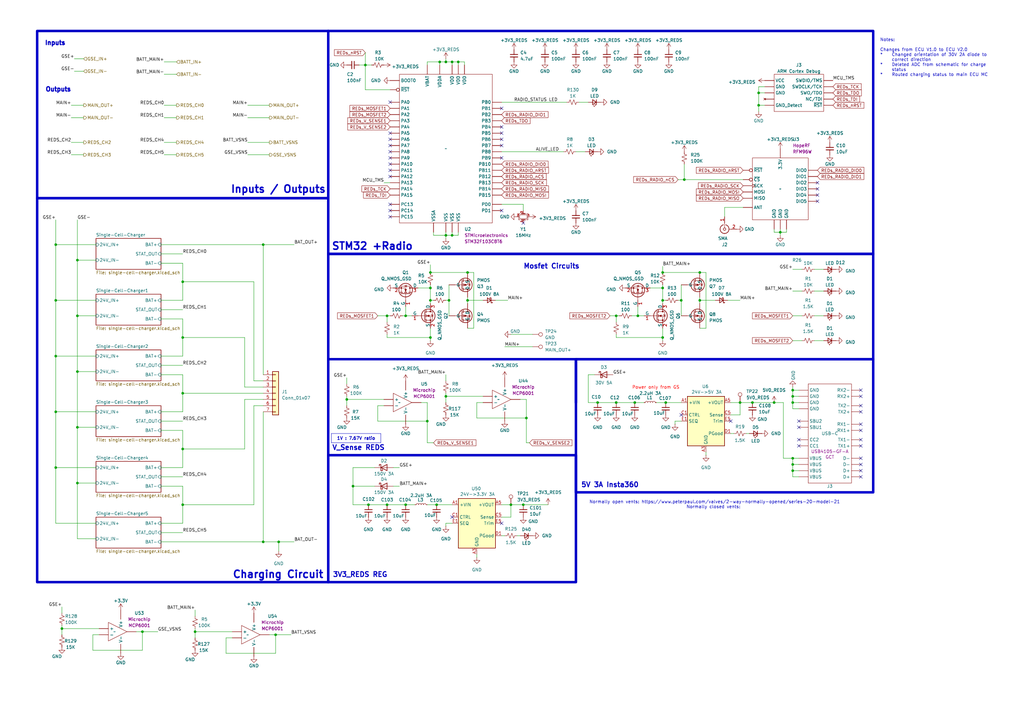
<source format=kicad_sch>
(kicad_sch (version 20250114) (generator "eeschema") (generator_version "9.0")
  (paper "A3")
  (title_block (title "Battery and REDs Schematic") (date "2024-02-07"))
  (rectangle (start 134.62 186.69) (end 236.22 238.76) (stroke (width 1.016)))
  (rectangle (start 134.62 104.14) (end 358.14 147.32) (stroke (width 1)))
  (rectangle (start 236.22 147.32) (end 358.14 201.93) (stroke (width 1.016)))
  (rectangle (start 134.62 12.7) (end 358.14 104.14) (stroke (width 1)))
  (rectangle (start 15.24 12.7) (end 134.62 81.28) (stroke (width 1.016)))
  (rectangle (start 15.24 81.28) (end 134.62 238.76) (stroke (width 1.016)))
  (text "Inputs" (at 18.288 18.796 0) (effects (font (size 1.778 1.778) (thickness 0.6) (bold yes)) (justify left bottom)))
  (text "Outputs" (at 18.542 37.846 0) (effects (font (size 1.778 1.778) (thickness 0.6) (bold yes)) (justify left bottom)))
  (text "STM32 +Radio" (at 135.89 102.87 0) (effects (font (size 3 3) (thickness 0.6) (bold yes)) (justify left bottom)))
  (text "Inputs / Outputs" (at 94.488 79.502 0) (effects (font (size 3 3) (thickness 0.6) (bold yes)) (justify left bottom)))
  (text "5V 3A Insta360" (at 238.252 200.152 0) (effects (font (size 2 2) (thickness 0.4) (bold yes)) (justify left bottom)))
  (text "Normally open vents: https://www.peterpaul.com/valves/2-way-normally-opened/series-20-model-21\nNormally closed vents: " (at 293.116 207.01 0) (effects (font (size 1.27 1.27))))
  (text "Power only from GS\n" (at 268.986 159.004 0) (effects (font (size 1.27 1.27))))
  (text "Notes:\n\nChanges from ECU V1.0 to ECU V2.0\n* 	Changed orientation of 30V 2A diode to \n	correct direction\n*	Deleted ADC from schematic for charge \n	status\n*	Routed charging status to main ECU MC\n\n" (at 360.934 24.638 0) (effects (font (size 1.27 1.27)) (justify left)))
  (text "Charging Circuit" (at 95.25 237.49 0) (effects (font (size 3 3) (thickness 0.6) (bold yes)) (justify left bottom)))
  (text "3V3_REDS REG" (at 136.398 236.982 0) (effects (font (size 2 2) (thickness 0.4) (bold yes)) (justify left bottom)))
  (text "Mosfet Circuits" (at 214.63 110.49 0) (effects (font (size 2 2) (thickness 0.4) (bold yes)) (justify left bottom)))
  (text "V_Sense REDS" (at 136.144 184.912 0) (effects (font (size 2 2) (bold yes)) (justify left bottom)))
  (text_box "1V : 7.67V ratio" (at 135.89 177.8 0) (size 20.32 3.81) (margins 0.9525 0.9525 0.9525 0.9525) (effects (font (size 1.27 1.27) (bold yes))))
  (junction (at 185.42 25.4))
  (junction (at 176.53 118.11))
  (junction (at 74.93 207.01))
  (junction (at 287.02 111.76))
  (junction (at 271.78 138.43))
  (junction (at 184.15 123.19))
  (junction (at 273.05 165.1))
  (junction (at 180.34 25.4))
  (junction (at 22.86 168.91))
  (junction (at 191.77 123.19))
  (junction (at 151.13 207.01))
  (junction (at 107.95 100.33))
  (junction (at 271.78 123.19))
  (junction (at 252.73 165.1))
  (junction (at 107.95 222.25))
  (junction (at 113.03 260.35))
  (junction (at 317.5 165.1))
  (junction (at 114.3 222.25))
  (junction (at 182.88 25.4))
  (junction (at 182.88 96.52))
  (junction (at 22.86 123.19))
  (junction (at 287.02 123.19))
  (junction (at 175.26 172.72))
  (junction (at 176.53 123.19))
  (junction (at 31.75 152.4))
  (junction (at 185.42 96.52))
  (junction (at 74.93 161.29))
  (junction (at 271.78 118.11))
  (junction (at 279.4 123.19))
  (junction (at 74.93 115.57))
  (junction (at 325.12 193.04))
  (junction (at 22.86 191.77))
  (junction (at 22.86 100.33))
  (junction (at 271.78 111.76))
  (junction (at 176.53 138.43))
  (junction (at 31.75 198.12))
  (junction (at 325.12 160.02))
  (junction (at 191.77 111.76))
  (junction (at 214.63 207.01))
  (junction (at 325.12 165.1))
  (junction (at 215.9 171.45))
  (junction (at 176.53 111.76))
  (junction (at 74.93 138.43))
  (junction (at 179.07 207.01))
  (junction (at 31.75 129.54))
  (junction (at 308.61 165.1))
  (junction (at 144.78 199.39))
  (junction (at 149.86 26.67))
  (junction (at 58.42 259.08))
  (junction (at 325.12 190.5))
  (junction (at 252.73 129.54))
  (junction (at 31.75 106.68))
  (junction (at 325.12 162.56))
  (junction (at 260.35 165.1))
  (junction (at 311.15 43.18))
  (junction (at 22.86 146.05))
  (junction (at 166.37 129.54))
  (junction (at 31.75 175.26))
  (junction (at 245.11 165.1))
  (junction (at 158.75 207.01))
  (junction (at 261.62 129.54))
  (junction (at 187.96 25.4))
  (junction (at 311.15 38.1))
  (junction (at 325.12 187.96))
  (junction (at 303.53 165.1))
  (junction (at 209.55 207.01))
  (junction (at 74.93 184.15))
  (junction (at 320.04 95.25))
  (junction (at 182.88 162.56))
  (junction (at 25.4 257.81))
  (junction (at 80.01 259.08))
  (junction (at 280.67 73.66))
  (junction (at 158.75 129.54))
  (junction (at 166.37 207.01))
  (junction (at 142.24 163.83))
  (no_connect (at 205.74 64.77))
  (no_connect (at 160.02 83.82))
  (no_connect (at 327.66 180.34))
  (no_connect (at 353.06 195.58))
  (no_connect (at 160.02 72.39))
  (no_connect (at 185.42 212.09))
  (no_connect (at 160.02 41.91))
  (no_connect (at 327.66 172.72))
  (no_connect (at 160.02 59.69))
  (no_connect (at 160.02 88.9))
  (no_connect (at 205.74 59.69))
  (no_connect (at 353.06 182.88))
  (no_connect (at 160.02 62.23))
  (no_connect (at 353.06 160.02))
  (no_connect (at 353.06 168.91))
  (no_connect (at 160.02 86.36))
  (no_connect (at 353.06 180.34))
  (no_connect (at 335.28 74.93))
  (no_connect (at 335.28 77.47))
  (no_connect (at 353.06 187.96))
  (no_connect (at 205.74 54.61))
  (no_connect (at 205.74 52.07))
  (no_connect (at 205.74 57.15))
  (no_connect (at 205.74 86.36))
  (no_connect (at 205.74 214.63))
  (no_connect (at 353.06 173.99))
  (no_connect (at 353.06 190.5))
  (no_connect (at 353.06 162.56))
  (no_connect (at 335.28 82.55))
  (no_connect (at 335.28 80.01))
  (no_connect (at 353.06 176.53))
  (no_connect (at 353.06 166.37))
  (no_connect (at 160.02 64.77))
  (no_connect (at 160.02 54.61))
  (no_connect (at 353.06 193.04))
  (no_connect (at 327.66 175.26))
  (no_connect (at 205.74 44.45))
  (no_connect (at 160.02 57.15))
  (no_connect (at 279.4 170.18))
  (no_connect (at 327.66 182.88))
  (no_connect (at 160.02 67.31))
  (no_connect (at 160.02 69.85))
  (no_connect (at 214.63 91.44))
  (no_connect (at 299.72 172.72))
  (wire (pts (xy 144.78 191.77) (xy 153.67 191.77)))
  (wire (pts (xy 22.86 100.33) (xy 39.37 100.33)))
  (wire (pts (xy 22.86 123.19) (xy 39.37 123.19)))
  (wire (pts (xy 261.62 129.54) (xy 264.16 129.54)))
  (wire (pts (xy 31.75 175.26) (xy 39.37 175.26)))
  (wire (pts (xy 22.86 191.77) (xy 22.86 214.63)))
  (wire (pts (xy 142.24 163.83) (xy 142.24 166.37)))
  (wire (pts (xy 58.42 266.7) (xy 58.42 259.08)))
  (wire (pts (xy 74.93 161.29) (xy 74.93 168.91)))
  (wire (pts (xy 195.58 171.45) (xy 215.9 171.45)))
  (wire (pts (xy 182.88 25.4) (xy 185.42 25.4)))
  (wire (pts (xy 31.75 175.26) (xy 31.75 198.12)))
  (wire (pts (xy 74.93 176.53) (xy 74.93 184.15)))
  (wire (pts (xy 31.75 106.68) (xy 31.75 129.54)))
  (wire (pts (xy 311.15 38.1) (xy 313.69 38.1)))
  (wire (pts (xy 287.02 123.19) (xy 287.02 124.46)))
  (wire (pts (xy 241.3 153.67) (xy 241.3 165.1)))
  (wire (pts (xy 177.8 95.25) (xy 177.8 96.52)))
  (wire (pts (xy 209.55 207.01) (xy 209.55 212.09)))
  (wire (pts (xy 317.5 165.1) (xy 321.31 165.1)))
  (wire (pts (xy 158.75 138.43) (xy 176.53 138.43)))
  (wire (pts (xy 114.3 222.25) (xy 120.65 222.25)))
  (wire (pts (xy 107.95 168.91) (xy 107.95 222.25)))
  (wire (pts (xy 176.53 123.19) (xy 177.8 123.19)))
  (wire (pts (xy 31.75 152.4) (xy 31.75 175.26)))
  (wire (pts (xy 158.75 129.54) (xy 158.75 132.08)))
  (wire (pts (xy 80.01 257.81) (xy 80.01 259.08)))
  (wire (pts (xy 308.61 165.1) (xy 317.5 165.1)))
  (wire (pts (xy 74.93 138.43) (xy 100.33 138.43)))
  (wire (pts (xy 22.86 100.33) (xy 22.86 123.19)))
  (wire (pts (xy 113.03 260.35) (xy 119.38 260.35)))
  (wire (pts (xy 176.53 111.76) (xy 191.77 111.76)))
  (wire (pts (xy 175.26 172.72) (xy 175.26 165.1)))
  (wire (pts (xy 92.71 261.62) (xy 92.71 267.97)))
  (wire (pts (xy 101.6 63.5) (xy 110.49 63.5)))
  (wire (pts (xy 176.53 134.62) (xy 176.53 138.43)))
  (wire (pts (xy 67.31 43.18) (xy 72.39 43.18)))
  (wire (pts (xy 236.22 62.23) (xy 240.03 62.23)))
  (wire (pts (xy 107.95 158.75) (xy 100.33 158.75)))
  (wire (pts (xy 154.94 166.37) (xy 154.94 172.72)))
  (wire (pts (xy 80.01 250.19) (xy 80.01 252.73)))
  (wire (pts (xy 66.04 123.19) (xy 74.93 123.19)))
  (wire (pts (xy 66.04 191.77) (xy 74.93 191.77)))
  (wire (pts (xy 74.93 153.67) (xy 74.93 161.29)))
  (wire (pts (xy 289.56 186.69) (xy 289.56 185.42)))
  (wire (pts (xy 271.78 111.76) (xy 287.02 111.76)))
  (wire (pts (xy 66.04 168.91) (xy 74.93 168.91)))
  (wire (pts (xy 252.73 129.54) (xy 254 129.54)))
  (wire (pts (xy 176.53 108.585) (xy 176.53 111.76)))
  (wire (pts (xy 66.04 107.95) (xy 74.93 107.95)))
  (wire (pts (xy 182.88 123.19) (xy 184.15 123.19)))
  (wire (pts (xy 95.25 261.62) (xy 92.71 261.62)))
  (wire (pts (xy 327.66 167.64) (xy 325.12 167.64)))
  (wire (pts (xy 29.21 63.5) (xy 34.29 63.5)))
  (wire (pts (xy 149.86 21.59) (xy 149.86 26.67)))
  (wire (pts (xy 271.78 116.84) (xy 271.78 118.11)))
  (wire (pts (xy 185.42 95.25) (xy 185.42 96.52)))
  (wire (pts (xy 185.42 25.4) (xy 185.42 26.67)))
  (wire (pts (xy 185.42 25.4) (xy 187.96 25.4)))
  (wire (pts (xy 74.93 207.01) (xy 104.14 207.01)))
  (wire (pts (xy 191.77 123.19) (xy 198.12 123.19)))
  (wire (pts (xy 67.31 25.4) (xy 72.39 25.4)))
  (wire (pts (xy 38.1 266.7) (xy 58.42 266.7)))
  (wire (pts (xy 184.15 129.54) (xy 184.15 123.19)))
  (wire (pts (xy 297.18 88.9) (xy 297.18 85.09)))
  (wire (pts (xy 303.53 165.1) (xy 308.61 165.1)))
  (wire (pts (xy 74.93 138.43) (xy 74.93 146.05)))
  (wire (pts (xy 25.4 257.81) (xy 25.4 260.35)))
  (wire (pts (xy 207.01 142.24) (xy 218.44 142.24)))
  (wire (pts (xy 157.48 166.37) (xy 154.94 166.37)))
  (wire (pts (xy 58.42 259.08) (xy 64.77 259.08)))
  (wire (pts (xy 287.02 121.92) (xy 287.02 123.19)))
  (wire (pts (xy 334.01 110.49) (xy 337.82 110.49)))
  (wire (pts (xy 334.01 119.38) (xy 337.82 119.38)))
  (wire (pts (xy 158.75 129.54) (xy 160.02 129.54)))
  (wire (pts (xy 66.04 146.05) (xy 74.93 146.05)))
  (wire (pts (xy 29.21 48.26) (xy 34.29 48.26)))
  (wire (pts (xy 144.78 199.39) (xy 153.67 199.39)))
  (wire (pts (xy 245.11 165.1) (xy 252.73 165.1)))
  (wire (pts (xy 31.75 129.54) (xy 39.37 129.54)))
  (wire (pts (xy 278.13 73.66) (xy 280.67 73.66)))
  (wire (pts (xy 149.86 26.67) (xy 152.4 26.67)))
  (wire (pts (xy 67.31 48.26) (xy 72.39 48.26)))
  (wire (pts (xy 215.9 163.83) (xy 213.36 163.83)))
  (wire (pts (xy 31.75 152.4) (xy 39.37 152.4)))
  (wire (pts (xy 67.31 63.5) (xy 72.39 63.5)))
  (wire (pts (xy 320.04 93.98) (xy 320.04 95.25)))
  (wire (pts (xy 31.75 198.12) (xy 39.37 198.12)))
  (wire (pts (xy 299.72 177.8) (xy 300.99 177.8)))
  (wire (pts (xy 259.08 129.54) (xy 261.62 129.54)))
  (wire (pts (xy 151.13 207.01) (xy 158.75 207.01)))
  (wire (pts (xy 107.95 166.37) (xy 104.14 166.37)))
  (wire (pts (xy 66.04 199.39) (xy 74.93 199.39)))
  (wire (pts (xy 29.21 43.18) (xy 34.29 43.18)))
  (wire (pts (xy 107.95 153.67) (xy 107.95 100.33)))
  (wire (pts (xy 271.78 138.43) (xy 271.78 139.7)))
  (wire (pts (xy 325.12 190.5) (xy 325.12 187.96)))
  (wire (pts (xy 147.32 26.67) (xy 149.86 26.67)))
  (wire (pts (xy 325.12 165.1) (xy 325.12 162.56)))
  (wire (pts (xy 195.58 228.6) (xy 195.58 227.33)))
  (wire (pts (xy 182.88 214.63) (xy 182.88 215.9)))
  (wire (pts (xy 182.88 153.67) (xy 182.88 156.21)))
  (wire (pts (xy 269.24 165.1) (xy 273.05 165.1)))
  (wire (pts (xy 241.3 165.1) (xy 245.11 165.1)))
  (wire (pts (xy 74.93 199.39) (xy 74.93 207.01)))
  (wire (pts (xy 74.93 115.57) (xy 74.93 123.19)))
  (wire (pts (xy 101.6 58.42) (xy 110.49 58.42)))
  (wire (pts (xy 321.31 165.1) (xy 321.31 187.96)))
  (wire (pts (xy 22.86 168.91) (xy 39.37 168.91)))
  (wire (pts (xy 92.71 267.97) (xy 113.03 267.97)))
  (wire (pts (xy 327.66 160.02) (xy 325.12 160.02)))
  (wire (pts (xy 66.04 100.33) (xy 107.95 100.33)))
  (wire (pts (xy 215.9 181.61) (xy 215.9 171.45)))
  (wire (pts (xy 58.42 259.08) (xy 55.88 259.08)))
  (wire (pts (xy 29.21 58.42) (xy 34.29 58.42)))
  (wire (pts (xy 154.94 129.54) (xy 158.75 129.54)))
  (wire (pts (xy 22.86 90.17) (xy 22.86 100.33)))
  (wire (pts (xy 101.6 43.18) (xy 110.49 43.18)))
  (wire (pts (xy 303.53 165.1) (xy 303.53 170.18)))
  (wire (pts (xy 66.04 222.25) (xy 107.95 222.25)))
  (wire (pts (xy 289.56 134.62) (xy 289.56 111.76)))
  (wire (pts (xy 74.93 207.01) (xy 74.93 214.63)))
  (wire (pts (xy 252.73 138.43) (xy 271.78 138.43)))
  (wire (pts (xy 175.26 165.1) (xy 172.72 165.1)))
  (polyline (pts (xy 134.62 182.88) (xy 134.62 147.32)))
  (wire (pts (xy 203.2 123.19) (xy 208.28 123.19)))
  (wire (pts (xy 175.26 26.67) (xy 175.26 25.4)))
  (wire (pts (xy 66.04 127) (xy 74.93 127)))
  (wire (pts (xy 325.12 129.54) (xy 328.93 129.54)))
  (wire (pts (xy 154.94 172.72) (xy 175.26 172.72)))
  (wire (pts (xy 311.15 38.1) (xy 311.15 43.18)))
  (wire (pts (xy 287.02 123.19) (xy 293.37 123.19)))
  (wire (pts (xy 205.74 41.91) (xy 232.41 41.91)))
  (wire (pts (xy 66.04 195.58) (xy 74.93 195.58)))
  (wire (pts (xy 273.05 165.1) (xy 279.4 165.1)))
  (wire (pts (xy 74.93 184.15) (xy 100.33 184.15)))
  (wire (pts (xy 80.01 259.08) (xy 95.25 259.08)))
  (wire (pts (xy 31.75 129.54) (xy 31.75 152.4)))
  (wire (pts (xy 327.66 190.5) (xy 325.12 190.5)))
  (wire (pts (xy 74.93 161.29) (xy 107.95 161.29)))
  (wire (pts (xy 39.37 214.63) (xy 22.86 214.63)))
  (wire (pts (xy 66.04 149.86) (xy 74.93 149.86)))
  (wire (pts (xy 182.88 24.13) (xy 182.88 25.4)))
  (wire (pts (xy 149.86 26.67) (xy 149.86 36.83)))
  (wire (pts (xy 271.78 118.11) (xy 271.78 123.19)))
  (wire (pts (xy 157.48 74.93) (xy 160.02 74.93)))
  (wire (pts (xy 142.24 154.94) (xy 142.24 157.48)))
  (wire (pts (xy 194.31 111.76) (xy 194.31 134.62)))
  (wire (pts (xy 66.04 176.53) (xy 74.93 176.53)))
  (wire (pts (xy 31.75 106.68) (xy 39.37 106.68)))
  (wire (pts (xy 74.93 107.95) (xy 74.93 115.57)))
  (wire (pts (xy 252.73 129.54) (xy 252.73 132.08)))
  (wire (pts (xy 278.13 123.19) (xy 279.4 123.19)))
  (wire (pts (xy 30.48 29.21) (xy 34.29 29.21)))
  (wire (pts (xy 182.88 162.56) (xy 182.88 165.1)))
  (wire (pts (xy 31.75 90.17) (xy 31.75 106.68)))
  (wire (pts (xy 325.12 110.49) (xy 328.93 110.49)))
  (wire (pts (xy 334.01 129.54) (xy 337.82 129.54)))
  (wire (pts (xy 205.74 207.01) (xy 209.55 207.01)))
  (wire (pts (xy 327.66 195.58) (xy 325.12 195.58)))
  (wire (pts (xy 166.37 129.54) (xy 168.91 129.54)))
  (wire (pts (xy 40.64 260.35) (xy 38.1 260.35)))
  (wire (pts (xy 287.02 111.76) (xy 289.56 111.76)))
  (wire (pts (xy 113.03 267.97) (xy 113.03 260.35)))
  (wire (pts (xy 100.33 163.83) (xy 100.33 184.15)))
  (wire (pts (xy 327.66 193.04) (xy 325.12 193.04)))
  (wire (pts (xy 22.86 123.19) (xy 22.86 146.05)))
  (wire (pts (xy 266.7 118.11) (xy 271.78 118.11)))
  (wire (pts (xy 320.04 95.25) (xy 322.58 95.25)))
  (wire (pts (xy 104.14 156.21) (xy 104.14 115.57)))
  (wire (pts (xy 66.04 104.14) (xy 74.93 104.14)))
  (wire (pts (xy 214.63 207.01) (xy 224.79 207.01)))
  (wire (pts (xy 241.3 153.67) (xy 243.84 153.67)))
  (wire (pts (xy 74.93 130.81) (xy 74.93 138.43)))
  (wire (pts (xy 175.26 25.4) (xy 180.34 25.4)))
  (wire (pts (xy 271.78 123.19) (xy 271.78 124.46)))
  (wire (pts (xy 182.88 96.52) (xy 182.88 97.79)))
  (wire (pts (xy 325.12 139.7) (xy 328.93 139.7)))
  (wire (pts (xy 209.55 137.16) (xy 218.44 137.16)))
  (wire (pts (xy 198.12 165.1) (xy 195.58 165.1)))
  (wire (pts (xy 271.78 109.22) (xy 271.78 111.76)))
  (wire (pts (xy 144.78 191.77) (xy 144.78 199.39)))
  (wire (pts (xy 107.95 163.83) (xy 100.33 163.83)))
  (wire (pts (xy 142.24 162.56) (xy 142.24 163.83)))
  (wire (pts (xy 176.53 116.84) (xy 176.53 118.11)))
  (wire (pts (xy 317.5 95.25) (xy 320.04 95.25)))
  (wire (pts (xy 313.69 35.56) (xy 311.15 35.56)))
  (wire (pts (xy 187.96 25.4) (xy 187.96 26.67)))
  (wire (pts (xy 66.04 153.67) (xy 74.93 153.67)))
  (wire (pts (xy 142.24 163.83) (xy 157.48 163.83)))
  (wire (pts (xy 191.77 134.62) (xy 194.31 134.62)))
  (wire (pts (xy 325.12 167.64) (xy 325.12 165.1)))
  (wire (pts (xy 191.77 121.92) (xy 191.77 123.19)))
  (wire (pts (xy 180.34 25.4) (xy 180.34 26.67)))
  (wire (pts (xy 205.74 62.23) (xy 231.14 62.23)))
  (wire (pts (xy 325.12 187.96) (xy 327.66 187.96)))
  (wire (pts (xy 209.55 207.01) (xy 214.63 207.01)))
  (wire (pts (xy 30.48 24.13) (xy 34.29 24.13)))
  (wire (pts (xy 25.4 257.81) (xy 40.64 257.81)))
  (wire (pts (xy 158.75 137.16) (xy 158.75 138.43)))
  (wire (pts (xy 298.45 123.19) (xy 303.53 123.19)))
  (wire (pts (xy 175.26 207.01) (xy 179.07 207.01)))
  (wire (pts (xy 161.29 191.77) (xy 163.83 191.77)))
  (wire (pts (xy 279.4 172.72) (xy 276.86 172.72)))
  (wire (pts (xy 114.3 222.25) (xy 114.3 226.06)))
  (wire (pts (xy 322.58 95.25) (xy 322.58 93.98)))
  (wire (pts (xy 325.12 195.58) (xy 325.12 193.04)))
  (wire (pts (xy 182.88 95.25) (xy 182.88 96.52)))
  (wire (pts (xy 104.14 166.37) (xy 104.14 207.01)))
  (wire (pts (xy 182.88 162.56) (xy 198.12 162.56)))
  (wire (pts (xy 100.33 138.43) (xy 100.33 158.75)))
  (wire (pts (xy 149.86 36.83) (xy 160.02 36.83)))
  (wire (pts (xy 297.18 85.09) (xy 304.8 85.09)))
  (wire (pts (xy 185.42 96.52) (xy 187.96 96.52)))
  (wire (pts (xy 179.07 207.01) (xy 185.42 207.01)))
  (wire (pts (xy 287.02 134.62) (xy 289.56 134.62)))
  (wire (pts (xy 175.26 181.61) (xy 175.26 172.72)))
  (wire (pts (xy 66.04 172.72) (xy 74.93 172.72)))
  (wire (pts (xy 280.67 67.31) (xy 280.67 73.66)))
  (wire (pts (xy 327.66 165.1) (xy 325.12 165.1)))
  (wire (pts (xy 215.9 181.61) (xy 217.17 181.61)))
  (wire (pts (xy 22.86 146.05) (xy 39.37 146.05)))
  (wire (pts (xy 327.66 162.56) (xy 325.12 162.56)))
  (wire (pts (xy 299.72 165.1) (xy 303.53 165.1)))
  (polyline (pts (xy 134.62 147.32) (xy 190.5 147.32)))
  (wire (pts (xy 271.78 134.62) (xy 271.78 138.43)))
  (wire (pts (xy 191.77 123.19) (xy 191.77 124.46)))
  (wire (pts (xy 252.73 165.1) (xy 260.35 165.1)))
  (wire (pts (xy 107.95 100.33) (xy 120.65 100.33)))
  (wire (pts (xy 317.5 93.98) (xy 317.5 95.25)))
  (wire (pts (xy 38.1 260.35) (xy 38.1 266.7)))
  (wire (pts (xy 67.31 58.42) (xy 72.39 58.42)))
  (wire (pts (xy 25.4 256.54) (xy 25.4 257.81)))
  (wire (pts (xy 166.37 125.73) (xy 166.37 129.54)))
  (wire (pts (xy 66.04 214.63) (xy 74.93 214.63)))
  (wire (pts (xy 250.19 129.54) (xy 252.73 129.54)))
  (wire (pts (xy 320.04 95.25) (xy 320.04 96.52)))
  (wire (pts (xy 307.34 177.8) (xy 306.07 177.8)))
  (wire (pts (xy 163.83 199.39) (xy 161.29 199.39)))
  (wire (pts (xy 107.95 156.21) (xy 104.14 156.21)))
  (wire (pts (xy 166.37 207.01) (xy 170.18 207.01)))
  (wire (pts (xy 101.6 48.26) (xy 110.49 48.26)))
  (wire (pts (xy 180.34 25.4) (xy 182.88 25.4)))
  (wire (pts (xy 185.42 214.63) (xy 182.88 214.63)))
  (wire (pts (xy 25.4 248.92) (xy 25.4 251.46)))
  (wire (pts (xy 215.9 171.45) (xy 215.9 163.83)))
  (wire (pts (xy 144.78 207.01) (xy 151.13 207.01)))
  (wire (pts (xy 279.4 129.54) (xy 279.4 123.19)))
  (wire (pts (xy 311.15 43.18) (xy 311.15 45.72)))
  (wire (pts (xy 177.8 96.52) (xy 182.88 96.52)))
  (wire (pts (xy 311.15 35.56) (xy 311.15 38.1)))
  (wire (pts (xy 176.53 138.43) (xy 176.53 139.7)))
  (wire (pts (xy 279.4 116.84) (xy 279.4 123.19)))
  (polyline (pts (xy 134.62 147.32) (xy 134.62 165.1)) (stroke (width 1)))
  (wire (pts (xy 176.53 123.19) (xy 176.53 124.46)))
  (wire (pts (xy 171.45 118.11) (xy 176.53 118.11)))
  (wire (pts (xy 187.96 25.4) (xy 190.5 25.4)))
  (wire (pts (xy 66.04 218.44) (xy 74.93 218.44)))
  (wire (pts (xy 213.36 219.71) (xy 212.09 219.71)))
  (wire (pts (xy 195.58 165.1) (xy 195.58 171.45)))
  (wire (pts (xy 113.03 260.35) (xy 110.49 260.35)))
  (wire (pts (xy 260.35 165.1) (xy 264.16 165.1)))
  (wire (pts (xy 184.15 116.84) (xy 184.15 123.19)))
  (wire (pts (xy 311.15 43.18) (xy 313.69 43.18)))
  (wire (pts (xy 182.88 161.29) (xy 182.88 162.56)))
  (wire (pts (xy 325.12 119.38) (xy 328.93 119.38)))
  (wire (pts (xy 271.78 123.19) (xy 273.05 123.19)))
  (wire (pts (xy 158.75 207.01) (xy 166.37 207.01)))
  (polyline (pts (xy 236.22 147.32) (xy 236.22 165.1)) (stroke (width 1)))
  (wire (pts (xy 325.12 193.04) (xy 325.12 190.5)))
  (wire (pts (xy 325.12 158.75) (xy 325.12 160.02)))
  (wire (pts (xy 22.86 191.77) (xy 39.37 191.77)))
  (wire (pts (xy 80.01 259.08) (xy 80.01 261.62)))
  (wire (pts (xy 303.53 170.18) (xy 299.72 170.18)))
  (wire (pts (xy 175.26 181.61) (xy 177.8 181.61)))
  (wire (pts (xy 165.1 129.54) (xy 166.37 129.54)))
  (wire (pts (xy 334.01 139.7) (xy 337.82 139.7)))
  (wire (pts (xy 321.31 187.96) (xy 325.12 187.96)))
  (wire (pts (xy 144.78 199.39) (xy 144.78 207.01)))
  (wire (pts (xy 67.31 30.48) (xy 72.39 30.48)))
  (wire (pts (xy 237.49 41.91) (xy 241.3 41.91)))
  (wire (pts (xy 214.63 83.82) (xy 214.63 86.36)))
  (wire (pts (xy 107.95 222.25) (xy 114.3 222.25)))
  (wire (pts (xy 31.75 220.98) (xy 39.37 220.98)))
  (wire (pts (xy 191.77 111.76) (xy 194.31 111.76)))
  (wire (pts (xy 182.88 96.52) (xy 185.42 96.52)))
  (wire (pts (xy 209.55 212.09) (xy 205.74 212.09)))
  (wire (pts (xy 187.96 95.25) (xy 187.96 96.52)))
  (wire (pts (xy 66.04 130.81) (xy 74.93 130.81)))
  (wire (pts (xy 31.75 198.12) (xy 31.75 220.98)))
  (wire (pts (xy 22.86 168.91) (xy 22.86 191.77)))
  (wire (pts (xy 176.53 118.11) (xy 176.53 123.19)))
  (wire (pts (xy 74.93 184.15) (xy 74.93 191.77)))
  (wire (pts (xy 205.74 219.71) (xy 207.01 219.71)))
  (wire (pts (xy 276.86 172.72) (xy 276.86 173.99)))
  (wire (pts (xy 205.74 83.82) (xy 214.63 83.82)))
  (wire (pts (xy 280.67 73.66) (xy 304.8 73.66)))
  (wire (pts (xy 252.73 137.16) (xy 252.73 138.43)))
  (wire (pts (xy 22.86 146.05) (xy 22.86 168.91)))
  (wire (pts (xy 261.62 125.73) (xy 261.62 129.54)))
  (wire (pts (xy 74.93 115.57) (xy 104.14 115.57)))
  (wire (pts (xy 190.5 25.4) (xy 190.5 26.67)))
  (wire (pts (xy 325.12 162.56) (xy 325.12 160.02)))
  (label "BATT_MAIN+" (at 182.88 153.67 180))
  (label "MCU_TMS" (at 341.63 33.02 0))
  (label "REDS_CH0" (at 74.93 104.14 0))
  (label "RADIO_STATUS LED" (at 210.82 41.91 0))
  (label "REDS_CH4" (at 74.93 195.58 0))
  (label "REDS_CH3" (at 29.21 63.5 180))
  (label "MAIN+" (at 101.6 43.18 180))
  (label "GSE+" (at 25.4 248.92 180))
  (label "BAT_OUT+" (at 120.65 100.33 0))
  (label "REDS_CH3" (at 74.93 172.72 0))
  (label "MCU_TMS" (at 157.48 74.93 180))
  (label "MAIN-" (at 29.21 48.26 180))
  (label "MAIN-" (at 101.6 48.26 180))
  (label "MAIN+" (at 29.21 43.18 180))
  (label "REDS_CH2" (at 74.93 149.86 0))
  (label "MAIN+" (at 208.28 123.19 0))
  (label "GSE+" (at 163.83 191.77 0))
  (label "MAIN+" (at 207.01 142.24 0))
  (label "GSE_VSNS" (at 101.6 63.5 180))
  (label "BAT_OUT-" (at 120.65 222.25 0))
  (label "BATT_MAIN+" (at 80.01 250.19 180))
  (label "REDS_CH1" (at 67.31 48.26 180))
  (label "REDS_CH2" (at 29.21 58.42 180))
  (label "BATT_MAIN-" (at 67.31 30.48 180))
  (label "BATT_VSNS" (at 119.38 260.35 0))
  (label "GSE+" (at 22.86 90.17 180))
  (label "GSE-" (at 30.48 29.21 180))
  (label "REDS_CH1" (at 74.93 127 0))
  (label "REDS_CH0" (at 67.31 43.18 180))
  (label "REDS_CH4" (at 67.31 58.42 180))
  (label "BATT_MAIN+" (at 163.83 199.39 0))
  (label "BATT_MAIN+" (at 67.31 25.4 180))
  (label "REDS_CH5" (at 67.31 63.5 180))
  (label "BATT_MAIN+" (at 271.78 109.22 0))
  (label "BATT_VSNS" (at 101.6 58.42 180))
  (label "GSE+" (at 251.46 153.67 0))
  (label "GSE+" (at 325.12 110.49 180))
  (label "ALIVE_LED" (at 219.71 62.23 0))
  (label "GSE-" (at 31.75 90.17 0))
  (label "GSE+" (at 30.48 24.13 180))
  (label "GSE+" (at 176.53 108.585 180))
  (label "BATT_MAIN+" (at 325.12 119.38 180))
  (label "GSE_VSNS" (at 64.77 259.08 0))
  (label "GSE+" (at 142.24 154.94 180))
  (label "REDS_CH5" (at 74.93 218.44 0))
  (label "MAIN+" (at 303.53 123.19 0))
  (global_label "REDs_MOSFET2" (shape input) (at 250.19 129.54 180) (property "Intersheetrefs" "${INTERSHEET_REFS}" (effects (hide yes))))
  (global_label "REDs_RADIO_nRST" (shape input) (at 205.74 69.85 0) (property "Intersheetrefs" "${INTERSHEET_REFS}" (effects (hide yes))))
  (global_label "REDs_MOSFET2" (shape input) (at 325.12 139.7 180) (property "Intersheetrefs" "${INTERSHEET_REFS}" (effects (hide yes))))
  (global_label "REDs_RADIO_MOSI" (shape input) (at 205.74 80.01 0) (property "Intersheetrefs" "${INTERSHEET_REFS}" (effects (hide yes))))
  (global_label "REDs_RADIO_nCS" (shape input) (at 278.13 73.66 180) (property "Intersheetrefs" "${INTERSHEET_REFS}" (effects (hide yes))))
  (global_label "REDs_RADIO_SCK" (shape input) (at 304.8 76.2 180) (property "Intersheetrefs" "${INTERSHEET_REFS}" (effects (hide yes))))
  (global_label "REDs_RADIO_MISO" (shape input) (at 304.8 81.28 180) (property "Intersheetrefs" "${INTERSHEET_REFS}" (effects (hide yes))))
  (global_label "REDs_MOSFET1" (shape input) (at 325.12 129.54 180) (property "Intersheetrefs" "${INTERSHEET_REFS}" (effects (hide yes))))
  (global_label "REDs_MOSFET1" (shape input) (at 154.94 129.54 180) (property "Intersheetrefs" "${INTERSHEET_REFS}" (effects (hide yes))))
  (global_label "REDs_TDI" (shape input) (at 160.02 80.01 180) (property "Intersheetrefs" "${INTERSHEET_REFS}" (effects (hide yes))))
  (global_label "REDs_nRST" (shape input) (at 149.86 21.59 180) (property "Intersheetrefs" "${INTERSHEET_REFS}" (effects (hide yes))))
  (global_label "REDs_RADIO_DIO0" (shape input) (at 205.74 67.31 0) (property "Intersheetrefs" "${INTERSHEET_REFS}" (effects (hide yes))))
  (global_label "REDs_V_SENSE2" (shape input) (at 217.17 181.61 0) (property "Intersheetrefs" "${INTERSHEET_REFS}" (effects (hide yes))))
  (global_label "REDs_RADIO_DIO1" (shape input) (at 335.28 72.39 0) (property "Intersheetrefs" "${INTERSHEET_REFS}" (effects (hide yes))))
  (global_label "REDs_RADIO_SCK" (shape input) (at 205.74 74.93 0) (property "Intersheetrefs" "${INTERSHEET_REFS}" (effects (hide yes))))
  (global_label "REDs_TDI" (shape input) (at 341.63 40.64 0) (property "Intersheetrefs" "${INTERSHEET_REFS}" (effects (hide yes))))
  (global_label "REDs_MOSFET1" (shape input) (at 160.02 44.45 180) (property "Intersheetrefs" "${INTERSHEET_REFS}" (effects (hide yes))))
  (global_label "REDs_RADIO_nCS" (shape input) (at 205.74 72.39 0) (property "Intersheetrefs" "${INTERSHEET_REFS}" (effects (hide yes))))
  (global_label "REDs_TCK" (shape input) (at 160.02 77.47 180) (property "Intersheetrefs" "${INTERSHEET_REFS}" (effects (hide yes))))
  (global_label "REDs_RADIO_DIO0" (shape input) (at 335.28 69.85 0) (property "Intersheetrefs" "${INTERSHEET_REFS}" (effects (hide yes))))
  (global_label "REDs_RADIO_DIO1" (shape input) (at 205.74 46.99 0) (property "Intersheetrefs" "${INTERSHEET_REFS}" (effects (hide yes))))
  (global_label "REDs_MOSFET2" (shape input) (at 160.02 46.99 180) (property "Intersheetrefs" "${INTERSHEET_REFS}" (effects (hide yes))))
  (global_label "REDs_RADIO_nRST" (shape input) (at 304.8 69.85 180) (property "Intersheetrefs" "${INTERSHEET_REFS}" (effects (hide yes))))
  (global_label "REDs_V_SENSE2" (shape input) (at 160.02 52.07 180) (property "Intersheetrefs" "${INTERSHEET_REFS}" (effects (hide yes))))
  (global_label "REDs_TCK" (shape input) (at 341.63 35.56 0) (property "Intersheetrefs" "${INTERSHEET_REFS}" (effects (hide yes))))
  (global_label "REDs_V_SENSE1" (shape input) (at 177.8 181.61 0) (property "Intersheetrefs" "${INTERSHEET_REFS}" (effects (hide yes))))
  (global_label "REDs_RADIO_MOSI" (shape input) (at 304.8 78.74 180) (property "Intersheetrefs" "${INTERSHEET_REFS}" (effects (hide yes))))
  (global_label "REDs_TDO" (shape input) (at 205.74 49.53 0) (property "Intersheetrefs" "${INTERSHEET_REFS}" (effects (hide yes))))
  (global_label "REDs_V_SENSE1" (shape input) (at 160.02 49.53 180) (property "Intersheetrefs" "${INTERSHEET_REFS}" (effects (hide yes))))
  (global_label "REDs_nRST" (shape input) (at 341.63 43.18 0) (property "Intersheetrefs" "${INTERSHEET_REFS}" (effects (hide yes))))
  (global_label "REDs_RADIO_MISO" (shape input) (at 205.74 77.47 0) (property "Intersheetrefs" "${INTERSHEET_REFS}" (effects (hide yes))))
  (global_label "REDs_TDO" (shape input) (at 341.63 38.1 0) (property "Intersheetrefs" "${INTERSHEET_REFS}" (effects (hide yes))))
  (hierarchical_label "MAIN_OUT+" (shape output) (at 110.49 43.18 0))
  (hierarchical_label "REDS_CH1" (shape output) (at 72.39 48.26 0))
  (hierarchical_label "MAIN_OUT+" (shape output) (at 34.29 43.18 0))
  (hierarchical_label "GSE_IN+" (shape input) (at 34.29 24.13 0))
  (hierarchical_label "REDS_CH5" (shape output) (at 72.39 63.5 0))
  (hierarchical_label "REDS_CH3" (shape output) (at 34.29 63.5 0))
  (hierarchical_label "GSE_IN-" (shape input) (at 34.29 29.21 0))
  (hierarchical_label "BATT_VSNS" (shape output) (at 110.49 58.42 0))
  (hierarchical_label "REDS_CH2" (shape output) (at 34.29 58.42 0))
  (hierarchical_label "MAIN_OUT-" (shape output) (at 34.29 48.26 0))
  (hierarchical_label "BATT_IN-" (shape input) (at 72.39 30.48 0))
  (hierarchical_label "BATT_IN+" (shape input) (at 72.39 25.4 0))
  (hierarchical_label "GSE_VSNS" (shape output) (at 110.49 63.5 0))
  (hierarchical_label "REDS_CH4" (shape output) (at 72.39 58.42 0))
  (hierarchical_label "MAIN_OUT-" (shape output) (at 110.49 48.26 0))
  (hierarchical_label "REDS_CH0" (shape output) (at 72.39 43.18 0))
  (symbol (lib_name "GND_8") (lib_id "power:GND") (at 276.86 173.99 0) (unit 1)
    (property "Reference" "#PWR0341" (effects (hide yes)))
    (property "Value" "GND" (at 276.86 179.07 0))
    (property "Description" "Power symbol creates a global label with name \"GND\" , ground" (effects (hide yes)))
  )
  (symbol (lib_id "Device:C_Small") (at 340.36 60.96 0) (unit 1)
    (property "Reference" "C10" (at 342.9 59.69 0) (effects (justify left)))
    (property "Value" "10uF" (at 342.9 62.2363 0) (effects (justify left)))
    (property "Footprint" "Capacitor_SMD:C_0603_1608Metric" (effects (hide yes)))
    (property "Manufacturer" "Generic" (effects (hide yes)))
    (property "Part #" "Generic CAP CER 10UF 50V X7R 0603" (effects (hide yes)))
  )
  (symbol (lib_id "Connector:TestPoint") (at 303.53 165.1 0) (unit 1)
    (property "Reference" "TP22" (at 306.07 160.5279 0) (effects (justify left)))
    (property "Value" "5V0_REDS" (at 306.07 163.0679 0) (effects (justify left)))
    (property "Footprint" "TestPoint:TestPoint_Plated_Hole_D2.0mm" (effects (hide yes)))
    (property "Description" "test point" (effects (hide yes)))
  )
  (symbol (lib_id "Device:R_Small_US") (at 80.01 255.27 0) (unit 1)
    (property "Reference" "R5" (at 83.82 254 0))
    (property "Value" "100K" (at 83.82 256.54 0))
    (property "Footprint" "Resistor_SMD:R_0402_1005Metric" (effects (hide yes)))
    (property "Manufacturer" "Generic" (effects (hide yes)))
    (property "Part #" "Generic RES SMD 100K OHM 1% 1/16W 0402" (effects (hide yes)))
  )
  (symbol (lib_id "Device:C_Small") (at 223.52 22.86 0) (unit 1)
    (property "Reference" "C5" (at 226.06 21.59 0) (effects (justify left)))
    (property "Value" "100nF" (at 226.06 24.1363 0) (effects (justify left)))
    (property "Footprint" "Capacitor_SMD:C_0402_1005Metric" (effects (hide yes)))
    (property "Manufacturer" "Generic" (effects (hide yes)))
    (property "Part #" "Generic CAP CER 0.1UF 6.3V X7R 0402" (effects (hide yes)))
  )
  (symbol (lib_id "Device:D_Schottky_Small") (at 295.91 123.19 180) (unit 1)
    (property "Reference" "D7" (at 295.91 118.11 0))
    (property "Value" "100V 8A" (at 295.91 120.65 0))
    (property "Footprint" "Diode_SMD:D_PowerDI-5" (effects (hide yes)))
    (property "Datasheet" "https://www.diodes.com/assets/Datasheets/SDT8A100P5.pdf" (effects (hide yes)))
    (property "Manufacturer" "Diodes Incorporated" (effects (hide yes)))
    (property "Part #" "SDT8A100P5-7" (effects (hide yes)))
  )
  (symbol (lib_id "UCIRP-KiCAD-Lib:ARM_Cortex_Debug") (at 327.66 38.1 0) (unit 1)
    (property "Reference" "J3" (at 327.66 26.67 0))
    (property "Value" "ARM Cortex Debug" (at 327.66 29.21 0))
    (property "Footprint" "Connector_PinHeader_1.27mm:PinHeader_2x05_P1.27mm_Vertical_SMD" (effects (hide yes)))
    (property "Manufacturer" "Generic" (effects (hide yes)))
    (property "Part #" "Generic 1.27mm 2x5 Pin Header" (effects (hide yes)))
  )
  (symbol (lib_id "power:GND") (at 261.62 25.4 0) (unit 1)
    (property "Reference" "#PWR039" (effects (hide yes)))
    (property "Value" "GND" (at 261.62 29.21 0))
  )
  (symbol (lib_id "power:+3.3V") (at 104.14 251.46 0) (unit 1)
    (property "Reference" "#PWR0381" (effects (hide yes)))
    (property "Value" "+3.3V" (at 104.14 247.65 0))
  )
  (symbol (lib_id "power:GND") (at 209.55 137.16 270) (unit 1)
    (property "Reference" "#PWR017" (effects (hide yes)))
    (property "Value" "GND" (at 213.36 135.89 90) (effects (justify right)))
  )
  (symbol (lib_id "Device:LED_Small") (at 242.57 62.23 180) (unit 1)
    (property "Reference" "D3" (at 242.57 57.15 0))
    (property "Value" "LED" (at 242.57 59.69 0))
    (property "Footprint" "LED_SMD:LED_0603_1608Metric_Pad1.05x0.95mm_HandSolder" (effects (hide yes)))
    (property "Manufacturer" "Generic" (effects (hide yes)))
    (property "Part #" "Generic 0603 Red LED" (effects (hide yes)))
  )
  (symbol (lib_id "power:GND") (at 207.01 172.72 0) (unit 1)
    (property "Reference" "#PWR0293" (effects (hide yes)))
    (property "Value" "GND" (at 207.01 176.53 0))
  )
  (symbol (lib_name "GND_6") (lib_id "power:GND") (at 218.44 219.71 90) (unit 1)
    (property "Reference" "#PWR0334" (effects (hide yes)))
    (property "Value" "GND" (at 222.25 219.7099 90) (effects (justify right)))
    (property "Description" "Power symbol creates a global label with name \"GND\" , ground" (effects (hide yes)))
  )
  (symbol (lib_id "power:GND") (at 342.9 110.49 90) (unit 1)
    (property "Reference" "#PWR083" (effects (hide yes)))
    (property "Value" "GND" (at 346.71 111.125 90) (effects (justify right)))
  )
  (symbol (lib_id "power:GND") (at 80.01 266.7 0) (unit 1)
    (property "Reference" "#PWR0364" (effects (hide yes)))
    (property "Value" "GND" (at 80.0101 270.51 0) (effects (justify right)))
  )
  (symbol (lib_id "Device:C_Small") (at 179.07 209.55 0) (unit 1)
    (property "Reference" "C105" (at 176.276 205.232 0) (effects (justify left)))
    (property "Value" "10uF" (at 173.99 211.328 0) (effects (justify left)))
    (property "Footprint" "Capacitor_SMD:C_1210_3225Metric" (effects (hide yes)))
    (property "Description" "10uF 50V X7R Generic" (effects (hide yes)))
    (property "Manufacturer" "Generic" (effects (hide yes)))
    (property "Part #" "Generic CAP CER 10UF 50V X7R 1210" (effects (hide yes)))
  )
  (symbol (lib_id "power:GND") (at 274.32 25.4 0) (unit 1)
    (property "Reference" "#PWR041" (effects (hide yes)))
    (property "Value" "GND" (at 274.32 29.21 0))
  )
  (symbol (lib_id "power:GND") (at 302.26 93.98 90) (unit 1)
    (property "Reference" "#PWR030" (effects (hide yes)))
    (property "Value" "GND" (at 307.34 93.98 90))
  )
  (symbol (lib_id "Connector_Generic:Conn_01x07") (at 113.03 161.29 0) (unit 1)
    (property "Reference" "J1" (at 115.57 160.655 0) (effects (justify left)))
    (property "Value" "Conn_01x07" (at 115.57 163.195 0) (effects (justify left)))
    (property "Footprint" "Connector_JST:JST_PH_B7B-PH-K_1x07_P2.00mm_Vertical" (effects (hide yes)))
    (property "Manufacturer" "Generic" (effects (hide yes)))
    (property "Part #" "Generic 2.54mm 1x7 Pin Header" (effects (hide yes)))
  )
  (symbol (lib_id "power:+3.3V") (at 49.53 250.19 0) (unit 1)
    (property "Reference" "#PWR0379" (effects (hide yes)))
    (property "Value" "+3.3V" (at 49.53 246.38 0))
  )
  (symbol (lib_id "Device:R_Small_US") (at 271.78 114.3 0) (unit 1)
    (property "Reference" "R12" (at 266.7 113.03 0) (effects (justify left)))
    (property "Value" "10K" (at 266.7 115.57 0) (effects (justify left)))
    (property "Footprint" "Resistor_SMD:R_0402_1005Metric" (effects (hide yes)))
    (property "Manufacturer" "Generic" (effects (hide yes)))
    (property "Part #" "Generic RES SMD 10K OHM 1% 1/4W 0402" (effects (hide yes)))
  )
  (symbol (lib_id "Device:R_Small_US") (at 331.47 129.54 90) (unit 1)
    (property "Reference" "R1" (at 331.47 123.19 90))
    (property "Value" "1.5K" (at 331.47 125.73 90))
    (property "Footprint" "Resistor_SMD:R_0402_1005Metric" (effects (hide yes)))
    (property "Manufacturer" "Generic" (effects (hide yes)))
    (property "Part #" "Generic RES SMD 1.5K OHM 0.1% 1/16W 0402" (effects (hide yes)))
  )
  (symbol (lib_id "Device:R_Small_US") (at 25.4 254 0) (unit 1)
    (property "Reference" "R128" (at 29.21 252.73 0))
    (property "Value" "100K" (at 29.21 255.27 0))
    (property "Footprint" "Resistor_SMD:R_0402_1005Metric" (effects (hide yes)))
    (property "Manufacturer" "Generic" (effects (hide yes)))
    (property "Part #" "Generic RES SMD 100K OHM 1% 1/16W 0402" (effects (hide yes)))
  )
  (symbol (lib_id "power:GND") (at 160.02 33.02 270) (unit 1)
    (property "Reference" "#PWR011" (effects (hide yes)))
    (property "Value" "GND" (at 156.21 33.02 90) (effects (justify right)))
  )
  (symbol (lib_id "Converter_DCDC:RPM3.3-6.0") (at 289.56 172.72 0) (unit 1)
    (property "Reference" "U6" (at 289.306 158.496 0))
    (property "Value" "24V->5V 3A" (at 289.814 160.782 0))
    (property "Footprint" "Converter_DCDC:Converter_DCDC_RECOM_RPMx.x-x.0" (effects (hide yes)))
    (property "Datasheet" "https://www.mouser.com/datasheet/2/468/RPMB_3_0-1670415.pdf" (effects (hide yes)))
    (property "Part #" "RPMB5.0-3.0 " (effects (hide yes)))
    (property "Manufacturer" "Recom Power" (effects (hide yes)))
  )
  (symbol (lib_id "power:GND") (at 223.52 25.4 0) (unit 1)
    (property "Reference" "#PWR025" (effects (hide yes)))
    (property "Value" "GND" (at 223.52 29.21 0))
  )
  (symbol (lib_id "power:+3V3") (at 340.36 58.42 0) (unit 1)
    (property "Reference" "#PWR081" (effects (hide yes)))
    (property "Value" "+3V3_REDS" (at 340.36 54.61 0))
  )
  (symbol (lib_id "Device:R_Small_US") (at 252.73 134.62 180) (unit 1)
    (property "Reference" "R9" (at 255.27 133.985 0) (effects (justify right)))
    (property "Value" "1K" (at 255.27 136.525 0) (effects (justify right)))
    (property "Footprint" "Resistor_SMD:R_0402_1005Metric" (effects (hide yes)))
    (property "Manufacturer" "Generic" (effects (hide yes)))
    (property "Part #" "Generic RES SMD 1K OHM 1% 1/16W 0402" (effects (hide yes)))
  )
  (symbol (lib_id "Device:Q_NMOS_GSD") (at 166.37 120.65 270) (mirror x) (unit 1)
    (property "Reference" "Q1" (at 166.37 111.76 90))
    (property "Value" "Q_NMOS_GSD" (at 162.56 114.3 90))
    (property "Footprint" "Package_TO_SOT_SMD:SOT-23-3" (effects (hide yes)))
    (property "Datasheet" "https://www.onsemi.com/pdf/datasheet/ntr4003n-d.pdf" (effects (hide yes)))
    (property "Manufacturer" "Onsemi" (effects (hide yes)))
    (property "Part #" "NTR4003NT3G" (effects (hide yes)))
  )
  (symbol (lib_id "Device:R_Small_US") (at 331.47 119.38 90) (unit 1)
    (property "Reference" "R1" (at 331.47 114.3 90))
    (property "Value" "10K" (at 331.47 116.84 90))
    (property "Footprint" "Resistor_SMD:R_0402_1005Metric" (effects (hide yes)))
    (property "Manufacturer" "Generic" (effects (hide yes)))
    (property "Part #" "Generic RES SMD 10K OHM 1% 1/4W 0402" (effects (hide yes)))
  )
  (symbol (lib_id "UCIRP-KiCAD-Lib:MCP6001") (at 46.99 259.08 0) (unit 1)
    (property "Reference" "U53" (at 57.15 251.46 0))
    (property "Value" "~" (at 46.99 259.08 0))
    (property "Footprint" "Package_TO_SOT_SMD:SOT-23-5" (effects (hide yes)))
    (property "Datasheet" "https://ww1.microchip.com/downloads/en/DeviceDoc/MCP6001-1R-1U-2-4-1-MHz-Low-Power-Op-Amp-DS20001733L.pdf" (effects (hide yes)))
    (property "Manufacturer" "Microchip" (at 57.15 254 0))
    (property "Part #" "MCP6001" (at 57.15 256.54 0))
  )
  (symbol (lib_id "power:+3V3") (at 207.01 154.94 0) (unit 1)
    (property "Reference" "#PWR060" (effects (hide yes)))
    (property "Value" "+3V3_REDS" (at 207.01 149.86 0))
  )
  (symbol (lib_id "Device:R_Small_US") (at 182.88 167.64 0) (unit 1)
    (property "Reference" "R117" (at 186.436 167.64 0))
    (property "Value" "15K" (at 186.436 170.18 0))
    (property "Footprint" "Resistor_SMD:R_0402_1005Metric" (effects (hide yes)))
    (property "Manufacturer" "Generic" (effects (hide yes)))
    (property "Part #" "Generic RES SMD 15K OHM 0.1% 1/16W 0402" (effects (hide yes)))
  )
  (symbol (lib_id "Device:R_Small_US") (at 180.34 123.19 90) (unit 1)
    (property "Reference" "R6" (at 180.34 118.11 90))
    (property "Value" "100" (at 180.34 120.65 90))
    (property "Footprint" "Resistor_SMD:R_0402_1005Metric" (effects (hide yes)))
    (property "Manufacturer" "Generic" (effects (hide yes)))
    (property "Part #" "Generic RES SMD 100 OHM 1% 1/4W 0402" (effects (hide yes)))
  )
  (symbol (lib_id "Device:R_Small_US") (at 234.95 41.91 90) (unit 1)
    (property "Reference" "R130" (at 234.95 36.83 90))
    (property "Value" "1K" (at 234.95 39.37 90))
    (property "Footprint" "Resistor_SMD:R_0402_1005Metric" (effects (hide yes)))
    (property "Part #" "Generic RES SMD 1K OHM 1% 1/16W 0402" (effects (hide yes)))
    (property "Manufacturer" "Generic" (effects (hide yes)))
  )
  (symbol (lib_id "Device:LED_Small") (at 340.36 119.38 180) (unit 1)
    (property "Reference" "D1" (at 340.2965 114.3 0))
    (property "Value" "LED" (at 340.2965 116.84 0))
    (property "Footprint" "LED_SMD:LED_0603_1608Metric_Pad1.05x0.95mm_HandSolder" (effects (hide yes)))
    (property "Manufacturer" "Generic" (effects (hide yes)))
    (property "Part #" "Generic 0603 Green LED" (effects (hide yes)))
  )
  (symbol (lib_id "Device:C_Small") (at 210.82 22.86 0) (unit 1)
    (property "Reference" "C4" (at 213.36 21.59 0) (effects (justify left)))
    (property "Value" "4.7uF" (at 213.36 24.1363 0) (effects (justify left)))
    (property "Footprint" "Capacitor_SMD:C_0603_1608Metric" (effects (hide yes)))
    (property "Manufacturer" "Generic" (effects (hide yes)))
    (property "Part #" "Generic CAP CER 4.7UF 6.3V X7R 0603" (effects (hide yes)))
  )
  (symbol (lib_id "power:GND") (at 182.88 97.79 0) (unit 1)
    (property "Reference" "#PWR016" (effects (hide yes)))
    (property "Value" "GND" (at 182.88 101.6 0))
  )
  (symbol (lib_id "Converter_DCDC:RPM3.3-6.0") (at 195.58 214.63 0) (unit 1)
    (property "Reference" "U50" (at 195.326 200.406 0))
    (property "Value" "24V->3.3V 3A" (at 195.834 202.692 0))
    (property "Footprint" "Converter_DCDC:Converter_DCDC_RECOM_RPMx.x-x.0" (effects (hide yes)))
    (property "Datasheet" "https://www.mouser.com/datasheet/2/468/RPMB_3_0-1670415.pdf" (effects (hide yes)))
    (property "Part #" "RPMB3.3-3.0 " (effects (hide yes)))
    (property "Manufacturer" "Recom Power" (effects (hide yes)))
  )
  (symbol (lib_id "power:+3V3") (at 236.22 20.32 0) (unit 1)
    (property "Reference" "#PWR064" (effects (hide yes)))
    (property "Value" "+3V3_REDS" (at 236.22 16.51 0))
  )
  (symbol (lib_id "Device:R_Small_US") (at 275.59 123.19 90) (unit 1)
    (property "Reference" "R13" (at 275.59 118.11 90))
    (property "Value" "100" (at 275.59 120.65 90))
    (property "Footprint" "Resistor_SMD:R_0402_1005Metric" (effects (hide yes)))
    (property "Manufacturer" "Generic" (effects (hide yes)))
    (property "Part #" "Generic RES SMD 100 OHM 1% 1/4W 0402" (effects (hide yes)))
  )
  (symbol (lib_id "power:+3V3") (at 224.79 207.01 0) (unit 1)
    (property "Reference" "#PWR046" (effects (hide yes)))
    (property "Value" "+3V3_REDS" (at 224.79 201.93 0))
  )
  (symbol (lib_id "Device:R_Small_US") (at 142.24 160.02 0) (unit 1)
    (property "Reference" "R6" (at 146.05 158.75 0))
    (property "Value" "100K" (at 146.05 161.29 0))
    (property "Footprint" "Resistor_SMD:R_0402_1005Metric" (effects (hide yes)))
    (property "Manufacturer" "Generic" (effects (hide yes)))
    (property "Part #" "Generic RES SMD 100K OHM 1% 1/16W 0402" (effects (hide yes)))
  )
  (symbol (lib_id "power:+3V3") (at 210.82 20.32 0) (unit 1)
    (property "Reference" "#PWR054" (effects (hide yes)))
    (property "Value" "+3V3_REDS" (at 210.82 16.51 0))
  )
  (symbol (lib_id "Device:LED_Small") (at 340.36 139.7 180) (unit 1)
    (property "Reference" "D1" (at 340.2965 134.62 0))
    (property "Value" "LED" (at 340.2965 137.16 0))
    (property "Footprint" "LED_SMD:LED_0603_1608Metric_Pad1.05x0.95mm_HandSolder" (effects (hide yes)))
    (property "Manufacturer" "Generic" (effects (hide yes)))
    (property "Part #" "Generic 0603 Red LED" (effects (hide yes)))
  )
  (symbol (lib_id "power:GND") (at 320.04 96.52 0) (unit 1)
    (property "Reference" "#PWR037" (effects (hide yes)))
    (property "Value" "GND" (at 320.04 100.33 0))
  )
  (symbol (lib_id "Device:R_Small_US") (at 176.53 114.3 0) (unit 1)
    (property "Reference" "R5" (at 171.45 113.03 0) (effects (justify left)))
    (property "Value" "10K" (at 171.45 115.57 0) (effects (justify left)))
    (property "Footprint" "Resistor_SMD:R_0402_1005Metric" (effects (hide yes)))
    (property "Manufacturer" "Generic" (effects (hide yes)))
    (property "Part #" "Generic RES SMD 10K OHM 1% 1/4W 0402" (effects (hide yes)))
  )
  (symbol (lib_id "Device:C_Small") (at 248.92 22.86 0) (unit 1)
    (property "Reference" "C7" (at 251.46 21.59 0) (effects (justify left)))
    (property "Value" "100nF" (at 251.46 24.1363 0) (effects (justify left)))
    (property "Footprint" "Capacitor_SMD:C_0402_1005Metric" (effects (hide yes)))
    (property "Manufacturer" "Generic" (effects (hide yes)))
    (property "Part #" "Generic CAP CER 0.1UF 6.3V X7R 0402" (effects (hide yes)))
  )
  (symbol (lib_id "Device:C_Small") (at 245.11 167.64 0) (unit 1)
    (property "Reference" "C10" (at 242.57 162.814 0) (effects (justify left)))
    (property "Value" "10uF" (at 239.776 169.672 0) (effects (justify left)))
    (property "Footprint" "Capacitor_SMD:C_1210_3225Metric" (effects (hide yes)))
    (property "Description" "10uF 50V X7R Generic" (effects (hide yes)))
    (property "Manufacturer" "Generic" (effects (hide yes)))
    (property "Part #" "Generic CAP CER 10UF 50V X7R 1210" (effects (hide yes)))
  )
  (symbol (lib_name "GND_6") (lib_id "power:GND") (at 312.42 177.8 90) (unit 1)
    (property "Reference" "#PWR0344" (effects (hide yes)))
    (property "Value" "GND" (at 316.23 177.7999 90) (effects (justify right)))
    (property "Description" "Power symbol creates a global label with name \"GND\" , ground" (effects (hide yes)))
  )
  (symbol (lib_id "Device:C_Small") (at 236.22 22.86 0) (unit 1)
    (property "Reference" "C6" (at 238.76 21.59 0) (effects (justify left)))
    (property "Value" "100nF" (at 238.76 24.1363 0) (effects (justify left)))
    (property "Footprint" "Capacitor_SMD:C_0402_1005Metric" (effects (hide yes)))
    (property "Manufacturer" "Generic" (effects (hide yes)))
    (property "Part #" "Generic CAP CER 0.1UF 6.3V X7R 0402" (effects (hide yes)))
  )
  (symbol (lib_name "GND_9") (lib_id "power:GND") (at 151.13 212.09 0) (unit 1)
    (property "Reference" "#PWR0340" (effects (hide yes)))
    (property "Value" "GND" (at 151.13 217.17 0))
    (property "Description" "Power symbol creates a global label with name \"GND\" , ground" (effects (hide yes)))
  )
  (symbol (lib_id "Device:R_Small_US") (at 209.55 219.71 90) (unit 1)
    (property "Reference" "R125" (at 209.55 216.916 90))
    (property "Value" "1.5K" (at 209.55 222.504 90))
    (property "Footprint" "Resistor_SMD:R_0402_1005Metric" (effects (hide yes)))
    (property "Manufacturer" "Generic" (effects (hide yes)))
    (property "Part #" "Generic RES SMD 1.5K OHM 0.1% 1/16W 0402" (effects (hide yes)))
  )
  (symbol (lib_id "power:GND") (at 311.15 45.72 0) (unit 1)
    (property "Reference" "#PWR032" (effects (hide yes)))
    (property "Value" "GND" (at 311.15 49.53 0))
  )
  (symbol (lib_id "Device:D_Schottky_Small") (at 200.66 123.19 180) (unit 1)
    (property "Reference" "D1" (at 200.66 118.11 0))
    (property "Value" "100V 8A" (at 200.66 120.65 0))
    (property "Footprint" "Diode_SMD:D_PowerDI-5" (effects (hide yes)))
    (property "Datasheet" "https://www.diodes.com/assets/Datasheets/SDT8A100P5.pdf" (effects (hide yes)))
    (property "Manufacturer" "Diodes Incorporated" (effects (hide yes)))
    (property "Part #" "SDT8A100P5-7" (effects (hide yes)))
  )
  (symbol (lib_id "Device:Q_NMOS_GSD") (at 173.99 129.54 0) (unit 1)
    (property "Reference" "Q2" (at 182.88 129.54 90))
    (property "Value" "Q_NMOS_GSD" (at 180.34 133.35 90))
    (property "Footprint" "Package_TO_SOT_SMD:SOT-23-3" (effects (hide yes)))
    (property "Datasheet" "https://www.onsemi.com/pdf/datasheet/ntr4003n-d.pdf" (effects (hide yes)))
    (property "Manufacturer" "Onsemi" (effects (hide yes)))
    (property "Part #" "NTR4003NT3G" (effects (hide yes)))
  )
  (symbol (lib_name "GND_9") (lib_id "power:GND") (at 166.37 212.09 0) (unit 1)
    (property "Reference" "#PWR0338" (effects (hide yes)))
    (property "Value" "GND" (at 166.37 217.17 0))
    (property "Description" "Power symbol creates a global label with name \"GND\" , ground" (effects (hide yes)))
  )
  (symbol (lib_name "GND_9") (lib_id "power:GND") (at 245.11 170.18 0) (unit 1)
    (property "Reference" "#PWR045" (effects (hide yes)))
    (property "Value" "GND" (at 245.11 175.26 0))
    (property "Description" "Power symbol creates a global label with name \"GND\" , ground" (effects (hide yes)))
  )
  (symbol (lib_id "power:GND") (at 161.29 118.11 270) (unit 1)
    (property "Reference" "#PWR08" (effects (hide yes)))
    (property "Value" "GND" (at 157.48 118.745 90) (effects (justify right)))
  )
  (symbol (lib_id "power:+3V3") (at 236.22 86.36 0) (unit 1)
    (property "Reference" "#PWR024" (effects (hide yes)))
    (property "Value" "+3V3_REDS" (at 236.22 82.55 0))
  )
  (symbol (lib_id "power:GND") (at 176.53 139.7 0) (unit 1)
    (property "Reference" "#PWR013" (effects (hide yes)))
    (property "Value" "GND" (at 176.53 144.78 0))
  )
  (symbol (lib_id "UCIRP-KiCAD-Lib:RFM95W") (at 320.04 77.47 0) (unit 1)
    (property "Reference" "U3" (at 325.12 57.15 0) (effects (justify left)))
    (property "Value" "~" (at 320.04 77.47 0))
    (property "Footprint" "0UCIRP-KiCAD-Lib:RFM95W" (effects (hide yes)))
    (property "Datasheet" "https://cdn.sparkfun.com/assets/learn_tutorials/8/0/4/RFM95_96_97_98W.pdf" (effects (hide yes)))
    (property "Manufacturer" "HopeRF" (at 325.12 59.69 0) (effects (justify left)))
    (property "Part #" "RFM96W" (at 325.12 62.23 0) (effects (justify left)))
  )
  (symbol (lib_id "Device:LED_Small") (at 340.36 110.49 180) (unit 1)
    (property "Reference" "D12" (at 344.678 107.696 0))
    (property "Value" "LED" (at 340.2965 107.95 0))
    (property "Footprint" "LED_SMD:LED_0603_1608Metric_Pad1.05x0.95mm_HandSolder" (effects (hide yes)))
    (property "Manufacturer" "Generic" (effects (hide yes)))
    (property "Part #" "Generic 0603 Green LED" (effects (hide yes)))
  )
  (symbol (lib_name "GND_9") (lib_id "power:GND") (at 273.05 170.18 0) (unit 1)
    (property "Reference" "#PWR059" (effects (hide yes)))
    (property "Value" "GND" (at 273.05 175.26 0))
    (property "Description" "Power symbol creates a global label with name \"GND\" , ground" (effects (hide yes)))
  )
  (symbol (lib_id "Device:D_Schottky") (at 157.48 199.39 0) (unit 1)
    (property "Reference" "D4" (at 157.48 196.596 0))
    (property "Value" "150V 3A" (at 157.48 201.93 0))
    (property "Footprint" "Diode_SMD:D_SMF" (effects (hide yes)))
    (property "Datasheet" "https://www.digikey.com/en/products/detail/vishay-general-semiconductor-diodes-division/V3FM15-M3-H/8126508" (effects (hide yes)))
    (property "Description" "Schottky diode" (effects (hide yes)))
  )
  (symbol (lib_id "Device:R_Small_US") (at 280.67 64.77 0) (unit 1)
    (property "Reference" "R25" (at 283.21 63.5 0) (effects (justify left)))
    (property "Value" "100K" (at 283.21 66.04 0) (effects (justify left)))
    (property "Footprint" "Resistor_SMD:R_0402_1005Metric" (effects (hide yes)))
    (property "Manufacturer" "Generic" (effects (hide yes)))
    (property "Part #" "Generic RES SMD 100K OHM 1% 1/16W 0402" (effects (hide yes)))
  )
  (symbol (lib_name "GND_9") (lib_id "power:GND") (at 179.07 212.09 0) (unit 1)
    (property "Reference" "#PWR0337" (effects (hide yes)))
    (property "Value" "GND" (at 179.07 217.17 0))
    (property "Description" "Power symbol creates a global label with name \"GND\" , ground" (effects (hide yes)))
  )
  (symbol (lib_id "power:+3V3") (at 248.92 20.32 0) (unit 1)
    (property "Reference" "#PWR067" (effects (hide yes)))
    (property "Value" "+3V3_REDS" (at 248.92 16.51 0))
  )
  (symbol (lib_id "power:GND") (at 246.38 41.91 90) (unit 1)
    (property "Reference" "#PWR0363" (effects (hide yes)))
    (property "Value" "GND" (at 250.19 41.91 90) (effects (justify right)))
  )
  (symbol (lib_name "GND_7") (lib_id "power:GND") (at 308.61 170.18 0) (unit 1)
    (property "Reference" "#PWR0343" (effects (hide yes)))
    (property "Value" "GND" (at 312.674 171.958 0))
    (property "Description" "Power symbol creates a global label with name \"GND\" , ground" (effects (hide yes)))
  )
  (symbol (lib_id "power:GND") (at 104.14 269.24 0) (unit 1)
    (property "Reference" "#PWR0382" (effects (hide yes)))
    (property "Value" "GND" (at 104.14 273.05 0))
  )
  (symbol (lib_id "Connector:TestPoint") (at 218.44 142.24 270) (unit 1)
    (property "Reference" "TP23" (at 223.52 140.9699 90) (effects (justify left)))
    (property "Value" "MAIN_OUT+" (at 223.52 143.5099 90) (effects (justify left)))
    (property "Footprint" "TestPoint:TestPoint_Plated_Hole_D2.0mm" (effects (hide yes)))
    (property "Description" "test point" (effects (hide yes)))
  )
  (symbol (lib_id "power:GND") (at 142.24 26.67 270) (unit 1)
    (property "Reference" "#PWR06" (effects (hide yes)))
    (property "Value" "GND" (at 137.16 26.67 90))
  )
  (symbol (lib_id "Device:C_Small") (at 260.35 167.64 0) (unit 1)
    (property "Reference" "C106" (at 257.556 163.068 0) (effects (justify left)))
    (property "Value" "10uF" (at 255.016 169.672 0) (effects (justify left)))
    (property "Footprint" "Capacitor_SMD:C_1210_3225Metric" (effects (hide yes)))
    (property "Description" "10uF 50V X7R Generic" (effects (hide yes)))
    (property "Manufacturer" "Generic" (effects (hide yes)))
    (property "Part #" "Generic CAP CER 10UF 50V X7R 1210" (effects (hide yes)))
  )
  (symbol (lib_id "Device:D_Schottky") (at 247.65 153.67 0) (unit 1)
    (property "Reference" "D3" (at 247.65 150.622 0))
    (property "Value" "30V 5A" (at 247.65 156.972 0))
    (property "Footprint" "Diode_SMD:D_SOD-128" (effects (hide yes)))
    (property "Datasheet" "https://assets.nexperia.com/documents/data-sheet/PMEG3050EP.pdf" (effects (hide yes)))
    (property "Manufacturer" "Nexperia USA Inc." (effects (hide yes)))
    (property "Part #" "PMEG3050EP,115 " (effects (hide yes)))
  )
  (symbol (lib_id "power:GND") (at 142.24 171.45 0) (unit 1)
    (property "Reference" "#PWR092" (effects (hide yes)))
    (property "Value" "GND" (at 142.2401 175.26 0) (effects (justify right)))
  )
  (symbol (lib_name "GND_8") (lib_id "power:GND") (at 182.88 215.9 0) (unit 1)
    (property "Reference" "#PWR0336" (effects (hide yes)))
    (property "Value" "GND" (at 182.88 220.98 0))
    (property "Description" "Power symbol creates a global label with name \"GND\" , ground" (effects (hide yes)))
  )
  (symbol (lib_id "Device:C_Small") (at 274.32 22.86 0) (unit 1)
    (property "Reference" "C9" (at 276.86 21.59 0) (effects (justify left)))
    (property "Value" "100nF" (at 276.86 24.1363 0) (effects (justify left)))
    (property "Footprint" "Capacitor_SMD:C_0402_1005Metric" (effects (hide yes)))
    (property "Manufacturer" "Generic" (effects (hide yes)))
    (property "Part #" "Generic CAP CER 0.1UF 6.3V X7R 0402" (effects (hide yes)))
  )
  (symbol (lib_id "Device:C_Small") (at 236.22 88.9 0) (unit 1)
    (property "Reference" "C7" (at 238.76 87.63 0) (effects (justify left)))
    (property "Value" "100nF" (at 238.76 90.1763 0) (effects (justify left)))
    (property "Footprint" "Capacitor_SMD:C_0402_1005Metric" (effects (hide yes)))
    (property "Manufacturer" "Generic" (effects (hide yes)))
    (property "Part #" "Generic CAP CER 0.1UF 6.3V X7R 0402" (effects (hide yes)))
  )
  (symbol (lib_id "power:+3V3") (at 280.67 62.23 0) (unit 1)
    (property "Reference" "#PWR0360" (effects (hide yes)))
    (property "Value" "+3V3_REDS" (at 280.67 58.42 0))
  )
  (symbol (lib_name "GND_6") (lib_id "power:GND") (at 289.56 186.69 0) (unit 1)
    (property "Reference" "#PWR0342" (effects (hide yes)))
    (property "Value" "GND" (at 289.56 191.77 0))
    (property "Description" "Power symbol creates a global label with name \"GND\" , ground" (effects (hide yes)))
  )
  (symbol (lib_id "Device:D_Schottky") (at 157.48 191.77 0) (unit 1)
    (property "Reference" "D2" (at 157.48 188.976 0))
    (property "Value" "150V 3A" (at 157.48 194.31 0))
    (property "Footprint" "Diode_SMD:D_SMF" (effects (hide yes)))
    (property "Datasheet" "https://www.digikey.com/en/products/detail/vishay-general-semiconductor-diodes-division/V3FM15-M3-H/8126508" (effects (hide yes)))
    (property "Description" "Schottky diode" (effects (hide yes)))
  )
  (symbol (lib_id "power:GND") (at 325.12 158.75 180) (unit 1)
    (property "Reference" "#PWR061" (effects (hide yes)))
    (property "Value" "GND" (at 325.374 153.924 90))
  )
  (symbol (lib_id "Device:C_Small") (at 151.13 209.55 0) (unit 1)
    (property "Reference" "C102" (at 148.59 204.724 0) (effects (justify left)))
    (property "Value" "10uF" (at 145.796 211.582 0) (effects (justify left)))
    (property "Footprint" "Capacitor_SMD:C_1210_3225Metric" (effects (hide yes)))
    (property "Description" "10uF 50V X7R Generic" (effects (hide yes)))
    (property "Manufacturer" "Generic" (effects (hide yes)))
    (property "Part #" "Generic CAP CER 10UF 50V X7R 1210" (effects (hide yes)))
  )
  (symbol (lib_id "Device:LED_Small") (at 309.88 177.8 180) (unit 1)
    (property "Reference" "D5" (at 309.88 175.26 0))
    (property "Value" "LED" (at 309.88 180.848 0))
    (property "Footprint" "LED_SMD:LED_0603_1608Metric_Pad1.05x0.95mm_HandSolder" (effects (hide yes)))
    (property "Manufacturer" "Generic" (effects (hide yes)))
    (property "Part #" "Generic 0603 Yellow-Green LED" (effects (hide yes)))
  )
  (symbol (lib_id "power:GND") (at 271.78 139.7 0) (unit 1)
    (property "Reference" "#PWR031" (effects (hide yes)))
    (property "Value" "GND" (at 271.78 144.78 0))
  )
  (symbol (lib_id "Device:R_Small_US") (at 25.4 262.89 0) (unit 1)
    (property "Reference" "R129" (at 28.956 262.89 0))
    (property "Value" "15K" (at 28.956 265.43 0))
    (property "Footprint" "Resistor_SMD:R_0402_1005Metric" (effects (hide yes)))
    (property "Manufacturer" "Generic" (effects (hide yes)))
    (property "Part #" "Generic RES SMD 15K OHM 0.1% 1/16W 0402" (effects (hide yes)))
  )
  (symbol (lib_id "Device:LED_Small") (at 215.9 219.71 180) (unit 1)
    (property "Reference" "D40" (at 215.9 217.17 0))
    (property "Value" "LED" (at 215.9 222.758 0))
    (property "Footprint" "LED_SMD:LED_0603_1608Metric_Pad1.05x0.95mm_HandSolder" (effects (hide yes)))
    (property "Manufacturer" "Generic" (effects (hide yes)))
    (property "Part #" "Generic 0603 Yellow-Green LED" (effects (hide yes)))
  )
  (symbol (lib_id "Device:C_Small") (at 144.78 26.67 270) (unit 1)
    (property "Reference" "C2" (at 142.24 30.48 90) (effects (justify left)))
    (property "Value" "100nF" (at 142.24 33.0263 90) (effects (justify left)))
    (property "Footprint" "Capacitor_SMD:C_0402_1005Metric" (effects (hide yes)))
    (property "Manufacturer" "Generic" (effects (hide yes)))
    (property "Part #" "Generic CAP CER 0.1UF 6.3V X7R 0402" (effects (hide yes)))
  )
  (symbol (lib_id "Device:Q_NMOS_GSD") (at 261.62 120.65 270) (mirror x) (unit 1)
    (property "Reference" "Q5" (at 261.62 111.76 90))
    (property "Value" "Q_NMOS_GSD" (at 257.81 114.3 90))
    (property "Footprint" "Package_TO_SOT_SMD:SOT-23-3" (effects (hide yes)))
    (property "Datasheet" "https://www.onsemi.com/pdf/datasheet/ntr4003n-d.pdf" (effects (hide yes)))
    (property "Manufacturer" "Onsemi" (effects (hide yes)))
    (property "Part #" "NTR4003NT3G" (effects (hide yes)))
  )
  (symbol (lib_id "power:+3V3") (at 317.5 165.1 0) (unit 1)
    (property "Reference" "#PWR023" (effects (hide yes)))
    (property "Value" "5V0_REDS" (at 317.5 160.02 0))
  )
  (symbol (lib_id "UCIRP-KiCAD-Lib:STM32F103C8T6") (at 182.88 60.96 0) (unit 1)
    (property "Reference" "U2" (at 190.5 93.98 0) (effects (justify left)))
    (property "Value" "~" (at 182.88 60.96 0))
    (property "Footprint" "Package_QFP:LQFP-48_7x7mm_P0.5mm" (effects (hide yes)))
    (property "Datasheet" "https://www.st.com/resource/en/datasheet/stm32f103cb.pdf" (effects (hide yes)))
    (property "Manufacturer" "STMicroelectronics" (at 190.5 96.52 0) (effects (justify left)))
    (property "Part #" "STM32F103C8T6" (at 190.5 99.06 0) (effects (justify left)))
  )
  (symbol (lib_id "power:GND") (at 248.92 25.4 0) (unit 1)
    (property "Reference" "#PWR035" (effects (hide yes)))
    (property "Value" "GND" (at 248.92 29.21 0))
  )
  (symbol (lib_id "power:GND") (at 256.54 118.11 270) (unit 1)
    (property "Reference" "#PWR023" (effects (hide yes)))
    (property "Value" "GND" (at 252.73 118.745 90) (effects (justify right)))
  )
  (symbol (lib_id "power:GND") (at 342.9 139.7 90) (unit 1)
    (property "Reference" "#PWR086" (effects (hide yes)))
    (property "Value" "GND" (at 346.71 140.335 90) (effects (justify right)))
  )
  (symbol (lib_name "GND_9") (lib_id "power:GND") (at 252.73 170.18 0) (unit 1)
    (property "Reference" "#PWR051" (effects (hide yes)))
    (property "Value" "GND" (at 252.73 175.26 0))
    (property "Description" "Power symbol creates a global label with name \"GND\" , ground" (effects (hide yes)))
  )
  (symbol (lib_id "power:GND") (at 210.82 25.4 0) (unit 1)
    (property "Reference" "#PWR020" (effects (hide yes)))
    (property "Value" "GND" (at 210.82 29.21 0))
  )
  (symbol (lib_id "Transistor_FET:SiSS27DN") (at 284.48 129.54 0) (unit 1)
    (property "Reference" "Q8" (at 290.83 128.905 0) (effects (justify left)))
    (property "Value" "PMOS" (at 290.83 131.445 0) (effects (justify left)))
    (property "Footprint" "Package_SO:Vishay_PowerPAK_1212-8_Single" (effects (hide yes)))
    (property "Datasheet" "https://www.vishay.com/docs/62895/si7315dn.pdf" (effects (hide yes)))
    (property "Manufacturer" "Vishay Siliconix" (effects (hide yes)))
    (property "Part #" "SI7315DN-T1-GE3" (effects (hide yes)))
  )
  (symbol (lib_id "Device:L_Small") (at 172.72 207.01 90) (unit 1)
    (property "Reference" "L3" (at 172.466 204.978 90))
    (property "Value" "2.2uH 3A" (at 172.72 203.2 90))
    (property "Footprint" "Inductor_SMD:L_Vishay_IHLP-1212" (effects (hide yes)))
    (property "Datasheet" "https://www.vishay.com/docs/34289/lp12bz11.pdf" (effects (hide yes)))
    (property "Description" "Inductor, small symbol" (effects (hide yes)))
    (property "Part #" "IHLP1212BZER2R2M11" (effects (hide yes)))
    (property "Manufacturer" "Vishay Dale" (effects (hide yes)))
  )
  (symbol (lib_id "Transistor_FET:SiSS27DN") (at 284.48 116.84 0) (mirror x) (unit 1)
    (property "Reference" "Q7" (at 290.83 117.475 0) (effects (justify left)))
    (property "Value" "PMOS" (at 290.83 114.935 0) (effects (justify left)))
    (property "Footprint" "Package_SO:Vishay_PowerPAK_1212-8_Single" (effects (hide yes)))
    (property "Datasheet" "https://www.vishay.com/docs/62895/si7315dn.pdf" (effects (hide yes)))
    (property "Manufacturer" "Vishay Siliconix" (effects (hide yes)))
    (property "Part #" "SI7315DN-T1-GE3" (effects (hide yes)))
  )
  (symbol (lib_id "Connector:Conn_Coaxial") (at 297.18 93.98 90) (mirror x) (unit 1)
    (property "Reference" "J2" (at 298.45 100.33 90) (effects (justify left)))
    (property "Value" "SMA" (at 298.45 97.79 90) (effects (justify left)))
    (property "Footprint" "0UCIRP-KiCAD-Lib:CONN_73391-0070_MOL" (effects (hide yes)))
    (property "Datasheet" "https://www.molex.com/en-us/products/part-detail/733910070?display=pdf" (effects (hide yes)))
    (property "Manufacturer" "Molex" (effects (hide yes)))
    (property "Part #" "0732512200" (effects (hide yes)))
  )
  (symbol (lib_id "power:GND") (at 245.11 62.23 90) (unit 1)
    (property "Reference" "#PWR026" (effects (hide yes)))
    (property "Value" "GND" (at 248.92 62.23 90) (effects (justify right)))
  )
  (symbol (lib_id "power:+3V3") (at 217.17 88.9 270) (unit 1)
    (property "Reference" "#PWR057" (effects (hide yes)))
    (property "Value" "+3V3_REDS" (at 220.98 89.535 90) (effects (justify left)))
  )
  (symbol (lib_id "Device:R_Small_US") (at 80.01 264.16 0) (unit 1)
    (property "Reference" "R127" (at 83.566 264.16 0))
    (property "Value" "15K" (at 83.566 266.7 0))
    (property "Footprint" "Resistor_SMD:R_0402_1005Metric" (effects (hide yes)))
    (property "Manufacturer" "Generic" (effects (hide yes)))
    (property "Part #" "Generic RES SMD 15K OHM 0.1% 1/16W 0402" (effects (hide yes)))
  )
  (symbol (lib_id "Device:LED_Small") (at 340.36 129.54 180) (unit 1)
    (property "Reference" "D1" (at 340.2965 124.46 0))
    (property "Value" "LED" (at 340.2965 127 0))
    (property "Footprint" "LED_SMD:LED_0603_1608Metric_Pad1.05x0.95mm_HandSolder" (effects (hide yes)))
    (property "Manufacturer" "Generic" (effects (hide yes)))
    (property "Part #" "Generic 0603 Red LED" (effects (hide yes)))
  )
  (symbol (lib_id "UCIRP-KiCAD-Lib:MCP6001") (at 101.6 260.35 0) (unit 1)
    (property "Reference" "U54" (at 111.76 252.73 0))
    (property "Value" "~" (at 101.6 260.35 0))
    (property "Footprint" "Package_TO_SOT_SMD:SOT-23-5" (effects (hide yes)))
    (property "Datasheet" "https://ww1.microchip.com/downloads/en/DeviceDoc/MCP6001-1R-1U-2-4-1-MHz-Low-Power-Op-Amp-DS20001733L.pdf" (effects (hide yes)))
    (property "Manufacturer" "Microchip" (at 111.76 255.27 0))
    (property "Part #" "MCP6001" (at 111.76 257.81 0))
  )
  (symbol (lib_id "power:GND") (at 25.4 265.43 0) (unit 1)
    (property "Reference" "#PWR0193" (effects (hide yes)))
    (property "Value" "GND" (at 25.4001 269.24 0) (effects (justify right)))
  )
  (symbol (lib_name "GND_9") (lib_id "power:GND") (at 260.35 170.18 0) (unit 1)
    (property "Reference" "#PWR058" (effects (hide yes)))
    (property "Value" "GND" (at 260.35 175.26 0))
    (property "Description" "Power symbol creates a global label with name \"GND\" , ground" (effects (hide yes)))
  )
  (symbol (lib_id "power:GND") (at 342.9 119.38 90) (unit 1)
    (property "Reference" "#PWR084" (effects (hide yes)))
    (property "Value" "GND" (at 346.71 120.015 90) (effects (justify right)))
  )
  (symbol (lib_id "0INSP-KICAD-LIB:USB-C") (at 340.36 177.8 180) (unit 1)
    (property "Reference" "J3" (at 340.36 199.39 0))
    (property "Value" "USB-C" (at 340.36 177.8 0))
    (property "Footprint" "Connector_USB:USB_C_Receptacle_GCT_USB4105-xx-A_16P_TopMnt_Horizontal" (effects (hide yes)))
    (property "Datasheet" "https://mm.digikey.com/Volume0/opasdata/d220001/medias/docus/5492/USB4105.pdf" (effects (hide yes)))
    (property "Manufacturer" "GCT" (at 340.36 187.452 0))
    (property "Part #" "USB4105-GF-A" (at 340.36 185.166 0))
  )
  (symbol (lib_id "Device:C_Small") (at 252.73 167.64 0) (unit 1)
    (property "Reference" "C12" (at 250.19 163.068 0) (effects (justify left)))
    (property "Value" "10uF" (at 247.396 169.672 0) (effects (justify left)))
    (property "Footprint" "Capacitor_SMD:C_1210_3225Metric" (effects (hide yes)))
    (property "Description" "10uF 50V X7R Generic" (effects (hide yes)))
    (property "Manufacturer" "Generic" (effects (hide yes)))
    (property "Part #" "Generic CAP CER 10UF 50V X7R 1210" (effects (hide yes)))
  )
  (symbol (lib_id "Transistor_FET:SiSS27DN") (at 189.23 116.84 0) (mirror x) (unit 1)
    (property "Reference" "Q3" (at 195.58 117.475 0) (effects (justify left)))
    (property "Value" "PMOS" (at 195.58 114.935 0) (effects (justify left)))
    (property "Footprint" "Package_SO:Vishay_PowerPAK_1212-8_Single" (effects (hide yes)))
    (property "Datasheet" "https://www.vishay.com/docs/62895/si7315dn.pdf" (effects (hide yes)))
    (property "Manufacturer" "Vishay Siliconix" (effects (hide yes)))
    (property "Part #" "SI7315DN-T1-GE3" (effects (hide yes)))
  )
  (symbol (lib_id "Device:R_Small_US") (at 303.53 177.8 90) (unit 1)
    (property "Reference" "R19" (at 303.53 175.006 90))
    (property "Value" "1.5K" (at 303.53 180.594 90))
    (property "Footprint" "Resistor_SMD:R_0402_1005Metric" (effects (hide yes)))
    (property "Manufacturer" "Generic" (effects (hide yes)))
    (property "Part #" "Generic RES SMD 1.5K OHM 0.1% 1/16W 0402" (effects (hide yes)))
  )
  (symbol (lib_id "power:+3V3") (at 274.32 20.32 0) (unit 1)
    (property "Reference" "#PWR073" (effects (hide yes)))
    (property "Value" "+3V3_REDS" (at 274.32 16.51 0))
  )
  (symbol (lib_id "Device:L_Small") (at 266.7 165.1 90) (unit 1)
    (property "Reference" "L1" (at 266.446 163.068 90))
    (property "Value" "2.2uH 3A" (at 266.7 161.29 90))
    (property "Footprint" "Inductor_SMD:L_Vishay_IHLP-1212" (effects (hide yes)))
    (property "Datasheet" "https://www.vishay.com/docs/34289/lp12bz11.pdf" (effects (hide yes)))
    (property "Description" "Inductor, small symbol" (effects (hide yes)))
    (property "Part #" "IHLP1212BZER2R2M11" (effects (hide yes)))
    (property "Manufacturer" "Vishay Dale" (effects (hide yes)))
  )
  (symbol (lib_id "Device:R_Small_US") (at 158.75 134.62 180) (unit 1)
    (property "Reference" "R2" (at 161.29 133.985 0) (effects (justify right)))
    (property "Value" "1K" (at 161.29 136.525 0) (effects (justify right)))
    (property "Footprint" "Resistor_SMD:R_0402_1005Metric" (effects (hide yes)))
    (property "Manufacturer" "Generic" (effects (hide yes)))
    (property "Part #" "Generic RES SMD 1K OHM 1% 1/16W 0402" (effects (hide yes)))
  )
  (symbol (lib_id "Device:R_Small_US") (at 142.24 168.91 0) (unit 1)
    (property "Reference" "R7" (at 145.796 168.91 0))
    (property "Value" "15K" (at 145.796 171.45 0))
    (property "Footprint" "Resistor_SMD:R_0402_1005Metric" (effects (hide yes)))
    (property "Manufacturer" "Generic" (effects (hide yes)))
    (property "Part #" "Generic RES SMD 15K OHM 0.1% 1/16W 0402" (effects (hide yes)))
  )
  (symbol (lib_name "GND_6") (lib_id "power:GND") (at 195.58 228.6 0) (unit 1)
    (property "Reference" "#PWR0333" (effects (hide yes)))
    (property "Value" "GND" (at 195.58 233.68 0))
    (property "Description" "Power symbol creates a global label with name \"GND\" , ground" (effects (hide yes)))
  )
  (symbol (lib_id "Device:Q_NMOS_GSD") (at 269.24 129.54 0) (unit 1)
    (property "Reference" "Q6" (at 278.13 129.54 90))
    (property "Value" "Q_NMOS_GSD" (at 275.59 133.35 90))
    (property "Footprint" "Package_TO_SOT_SMD:SOT-23-3" (effects (hide yes)))
    (property "Datasheet" "https://www.onsemi.com/pdf/datasheet/ntr4003n-d.pdf" (effects (hide yes)))
    (property "Manufacturer" "Onsemi" (effects (hide yes)))
    (property "Part #" "NTR4003NT3G" (effects (hide yes)))
  )
  (symbol (lib_id "Transistor_FET:SiSS27DN") (at 189.23 129.54 0) (unit 1)
    (property "Reference" "Q4" (at 195.58 128.905 0) (effects (justify left)))
    (property "Value" "PMOS" (at 195.58 131.445 0) (effects (justify left)))
    (property "Footprint" "Package_SO:Vishay_PowerPAK_1212-8_Single" (effects (hide yes)))
    (property "Datasheet" "https://www.vishay.com/docs/62895/si7315dn.pdf" (effects (hide yes)))
    (property "Manufacturer" "Vishay Siliconix" (effects (hide yes)))
    (property "Part #" "SI7315DN-T1-GE3" (effects (hide yes)))
  )
  (symbol (lib_id "power:+3V3") (at 223.52 20.32 0) (unit 1)
    (property "Reference" "#PWR062" (effects (hide yes)))
    (property "Value" "+3V3_REDS" (at 223.52 16.51 0))
  )
  (symbol (lib_name "GND_9") (lib_id "power:GND") (at 158.75 212.09 0) (unit 1)
    (property "Reference" "#PWR0339" (effects (hide yes)))
    (property "Value" "GND" (at 158.75 217.17 0))
    (property "Description" "Power symbol creates a global label with name \"GND\" , ground" (effects (hide yes)))
  )
  (symbol (lib_id "Device:R_Small_US") (at 331.47 110.49 90) (unit 1)
    (property "Reference" "R26" (at 326.898 106.68 90))
    (property "Value" "10K" (at 331.47 107.95 90))
    (property "Footprint" "Resistor_SMD:R_0402_1005Metric" (effects (hide yes)))
    (property "Manufacturer" "Generic" (effects (hide yes)))
    (property "Part #" "Generic RES SMD 10K OHM 1% 1/4W 0402" (effects (hide yes)))
  )
  (symbol (lib_id "power:GND") (at 49.53 267.97 0) (unit 1)
    (property "Reference" "#PWR0380" (effects (hide yes)))
    (property "Value" "GND" (at 49.53 271.78 0))
  )
  (symbol (lib_id "Device:R_Small_US") (at 162.56 129.54 90) (unit 1)
    (property "Reference" "R4" (at 162.56 124.46 90))
    (property "Value" "100" (at 162.56 127 90))
    (property "Footprint" "Resistor_SMD:R_0402_1005Metric" (effects (hide yes)))
    (property "Manufacturer" "Generic" (effects (hide yes)))
    (property "Part #" "Generic RES SMD 100 OHM 1% 1/4W 0402" (effects (hide yes)))
  )
  (symbol (lib_id "Device:C_Small") (at 273.05 167.64 0) (unit 1)
    (property "Reference" "C107" (at 270.256 163.322 0) (effects (justify left)))
    (property "Value" "10uF" (at 267.97 169.418 0) (effects (justify left)))
    (property "Footprint" "Capacitor_SMD:C_1210_3225Metric" (effects (hide yes)))
    (property "Description" "10uF 50V X7R Generic" (effects (hide yes)))
    (property "Manufacturer" "Generic" (effects (hide yes)))
    (property "Part #" "Generic CAP CER 10UF 50V X7R 1210" (effects (hide yes)))
  )
  (symbol (lib_id "UCIRP-KiCAD-Lib:MCP6001") (at 204.47 163.83 0) (unit 1)
    (property "Reference" "U44" (at 214.63 156.21 0))
    (property "Value" "~" (at 204.47 163.83 0))
    (property "Footprint" "Package_TO_SOT_SMD:SOT-23-5" (effects (hide yes)))
    (property "Datasheet" "https://ww1.microchip.com/downloads/en/DeviceDoc/MCP6001-1R-1U-2-4-1-MHz-Low-Power-Op-Amp-DS20001733L.pdf" (effects (hide yes)))
    (property "Manufacturer" "Microchip" (at 214.63 158.75 0))
    (property "Part #" "MCP6001" (at 214.63 161.29 0))
  )
  (symbol (lib_id "power:GND") (at 342.9 129.54 90) (unit 1)
    (property "Reference" "#PWR085" (effects (hide yes)))
    (property "Value" "GND" (at 346.71 130.175 90) (effects (justify right)))
  )
  (symbol (lib_id "Device:C_Small") (at 158.75 209.55 0) (unit 1)
    (property "Reference" "C103" (at 156.21 204.978 0) (effects (justify left)))
    (property "Value" "10uF" (at 153.416 211.582 0) (effects (justify left)))
    (property "Footprint" "Capacitor_SMD:C_1210_3225Metric" (effects (hide yes)))
    (property "Description" "10uF 50V X7R Generic" (effects (hide yes)))
    (property "Manufacturer" "Generic" (effects (hide yes)))
    (property "Part #" "Generic CAP CER 10UF 50V X7R 1210" (effects (hide yes)))
  )
  (symbol (lib_id "Connector:TestPoint") (at 209.55 207.01 0) (unit 1)
    (property "Reference" "TP21" (at 212.09 202.4379 0) (effects (justify left)))
    (property "Value" "3V3_REDS" (at 212.09 204.9779 0) (effects (justify left)))
    (property "Footprint" "TestPoint:TestPoint_Plated_Hole_D2.0mm" (effects (hide yes)))
    (property "Description" "test point" (effects (hide yes)))
  )
  (symbol (lib_name "GND_7") (lib_id "power:GND") (at 214.63 212.09 0) (unit 1)
    (property "Reference" "#PWR0335" (effects (hide yes)))
    (property "Value" "GND" (at 218.694 213.868 0))
    (property "Description" "Power symbol creates a global label with name \"GND\" , ground" (effects (hide yes)))
  )
  (symbol (lib_id "power:+3V3") (at 166.37 156.21 0) (unit 1)
    (property "Reference" "#PWR047" (effects (hide yes)))
    (property "Value" "+3V3_REDS" (at 166.37 151.13 0))
  )
  (symbol (lib_id "Device:R_Small_US") (at 256.54 129.54 90) (unit 1)
    (property "Reference" "R11" (at 256.54 124.46 90))
    (property "Value" "100" (at 256.54 127 90))
    (property "Footprint" "Resistor_SMD:R_0402_1005Metric" (effects (hide yes)))
    (property "Manufacturer" "Generic" (effects (hide yes)))
    (property "Part #" "Generic RES SMD 100 OHM 1% 1/4W 0402" (effects (hide yes)))
  )
  (symbol (lib_id "Device:C_Small") (at 214.63 209.55 0) (unit 1)
    (property "Reference" "C101" (at 217.17 208.2862 0) (effects (justify left)))
    (property "Value" "10uF" (at 217.17 210.8262 0) (effects (justify left)))
    (property "Footprint" "Capacitor_SMD:C_1206_3216Metric" (effects (hide yes)))
    (property "Description" "10uF 25V X7R Generic" (effects (hide yes)))
    (property "Manufacturer" "Generic" (effects (hide yes)))
    (property "Part #" "Generic CAP CER 10UF 25V X7R 1206" (effects (hide yes)))
  )
  (symbol (lib_id "power:GND") (at 340.36 63.5 0) (unit 1)
    (property "Reference" "#PWR044" (effects (hide yes)))
    (property "Value" "GND" (at 340.36 67.31 0))
  )
  (symbol (lib_id "power:+3V3") (at 313.69 33.02 90) (unit 1)
    (property "Reference" "#PWR078" (effects (hide yes)))
    (property "Value" "+3V3_REDS" (at 309.88 33.655 90) (effects (justify left)))
  )
  (symbol (lib_id "power:GND") (at 114.3 226.06 0) (unit 1)
    (property "Reference" "#PWR05" (effects (hide yes)))
    (property "Value" "GND" (at 114.3 231.14 0))
  )
  (symbol (lib_id "Device:R_Small_US") (at 154.94 26.67 270) (unit 1)
    (property "Reference" "R3" (at 153.67 21.59 90) (effects (justify left)))
    (property "Value" "10K" (at 153.67 24.13 90) (effects (justify left)))
    (property "Footprint" "Resistor_SMD:R_0402_1005Metric" (effects (hide yes)))
    (property "Manufacturer" "Generic" (effects (hide yes)))
    (property "Part #" "Generic RES SMD 10K OHM 1% 1/4W 0402" (effects (hide yes)))
  )
  (symbol (lib_id "Device:LED_Small") (at 243.84 41.91 180) (unit 1)
    (property "Reference" "D9" (at 243.84 36.83 0))
    (property "Value" "LED" (at 243.84 39.37 0))
    (property "Footprint" "LED_SMD:LED_0603_1608Metric_Pad1.05x0.95mm_HandSolder" (effects (hide yes)))
    (property "Manufacturer" "Generic" (effects (hide yes)))
    (property "Part #" "Generic 0603 Red LED" (effects (hide yes)))
  )
  (symbol (lib_id "Device:C_Small") (at 166.37 209.55 0) (unit 1)
    (property "Reference" "C104" (at 163.576 204.978 0) (effects (justify left)))
    (property "Value" "10uF" (at 161.036 211.582 0) (effects (justify left)))
    (property "Footprint" "Capacitor_SMD:C_1210_3225Metric" (effects (hide yes)))
    (property "Description" "10uF 50V X7R Generic" (effects (hide yes)))
    (property "Manufacturer" "Generic" (effects (hide yes)))
    (property "Part #" "Generic CAP CER 10UF 50V X7R 1210" (effects (hide yes)))
  )
  (symbol (lib_id "power:+3V3") (at 157.48 26.67 270) (unit 1)
    (property "Reference" "#PWR042" (effects (hide yes)))
    (property "Value" "+3V3_REDS" (at 160.655 27.305 90) (effects (justify left)))
  )
  (symbol (lib_id "power:GND") (at 182.88 170.18 0) (unit 1)
    (property "Reference" "#PWR098" (effects (hide yes)))
    (property "Value" "GND" (at 182.8801 173.99 0) (effects (justify right)))
  )
  (symbol (lib_id "UCIRP-KiCAD-Lib:MCP6001") (at 163.83 165.1 0) (unit 1)
    (property "Reference" "U5" (at 173.99 157.48 0))
    (property "Value" "~" (at 163.83 165.1 0))
    (property "Footprint" "Package_TO_SOT_SMD:SOT-23-5" (effects (hide yes)))
    (property "Datasheet" "https://ww1.microchip.com/downloads/en/DeviceDoc/MCP6001-1R-1U-2-4-1-MHz-Low-Power-Op-Amp-DS20001733L.pdf" (effects (hide yes)))
    (property "Manufacturer" "Microchip" (at 173.99 160.02 0))
    (property "Part #" "MCP6001" (at 173.99 162.56 0))
  )
  (symbol (lib_id "power:GND") (at 236.22 91.44 0) (unit 1)
    (property "Reference" "#PWR090" (effects (hide yes)))
    (property "Value" "GND" (at 236.22 95.25 0))
  )
  (symbol (lib_id "Device:R_Small_US") (at 233.68 62.23 90) (unit 1)
    (property "Reference" "R8" (at 233.68 57.15 90))
    (property "Value" "1K" (at 233.68 59.69 90))
    (property "Footprint" "Resistor_SMD:R_0402_1005Metric" (effects (hide yes)))
    (property "Part #" "Generic RES SMD 1K OHM 1% 1/16W 0402" (effects (hide yes)))
    (property "Manufacturer" "Generic" (effects (hide yes)))
  )
  (symbol (lib_id "power:GND") (at 166.37 173.99 0) (unit 1)
    (property "Reference" "#PWR096" (effects (hide yes)))
    (property "Value" "GND" (at 166.37 177.8 0))
  )
  (symbol (lib_id "power:GND") (at 212.09 88.9 270) (unit 1)
    (property "Reference" "#PWR021" (effects (hide yes)))
    (property "Value" "GND" (at 207.01 88.9 90))
  )
  (symbol (lib_id "Connector:TestPoint") (at 218.44 137.16 270) (unit 1)
    (property "Reference" "TP24" (at 223.52 135.8899 90) (effects (justify left)))
    (property "Value" "GND" (at 223.52 138.4299 90) (effects (justify left)))
    (property "Footprint" "TestPoint:TestPoint_Plated_Hole_D2.0mm" (effects (hide yes)))
    (property "Description" "test point" (effects (hide yes)))
  )
  (symbol (lib_id "Device:R_Small_US") (at 331.47 139.7 90) (unit 1)
    (property "Reference" "R1" (at 331.47 133.35 90))
    (property "Value" "1.5K" (at 331.47 135.89 90))
    (property "Footprint" "Resistor_SMD:R_0402_1005Metric" (effects (hide yes)))
    (property "Manufacturer" "Generic" (effects (hide yes)))
    (property "Part #" "Generic RES SMD 1.5K OHM 0.1% 1/16W 0402" (effects (hide yes)))
  )
  (symbol (lib_id "Device:Crystal_GND24_Small") (at 214.63 88.9 270) (mirror x) (unit 1)
    (property "Reference" "Y1" (at 214.63 93.98 90))
    (property "Value" "16MHz" (at 214.63 96.52 90))
    (property "Footprint" "Crystal:Crystal_SMD_2520-4Pin_2.5x2.0mm" (effects (hide yes)))
    (property "Datasheet" "https://ecsxtal.com/store/pdf/ECS-2520MV.pdf" (effects (hide yes)))
    (property "Manufacturer" "ECS Inc." (effects (hide yes)))
    (property "Part #" "ECS-2520MV-160-CN" (effects (hide yes)))
  )
  (symbol (lib_id "power:+3V3") (at 182.88 24.13 0) (unit 1)
    (property "Reference" "#PWR049" (effects (hide yes)))
    (property "Value" "+3V3_REDS" (at 182.88 20.32 0))
  )
  (symbol (lib_id "power:GND") (at 236.22 25.4 0) (unit 1)
    (property "Reference" "#PWR029" (effects (hide yes)))
    (property "Value" "GND" (at 236.22 29.21 0))
  )
  (symbol (lib_id "Device:C_Small") (at 308.61 167.64 0) (unit 1)
    (property "Reference" "C108" (at 311.15 166.3762 0) (effects (justify left)))
    (property "Value" "10uF" (at 311.15 168.9162 0) (effects (justify left)))
    (property "Footprint" "Capacitor_SMD:C_1206_3216Metric" (effects (hide yes)))
    (property "Description" "10uF 25V X7R Generic" (effects (hide yes)))
    (property "Manufacturer" "Generic" (effects (hide yes)))
    (property "Part #" "Generic CAP CER 10UF 25V X7R 1206" (effects (hide yes)))
  )
  (symbol (lib_id "power:+3V3") (at 261.62 20.32 0) (unit 1)
    (property "Reference" "#PWR070" (effects (hide yes)))
    (property "Value" "+3V3_REDS" (at 261.62 16.51 0))
  )
  (symbol (lib_id "Device:R_Small_US") (at 182.88 158.75 0) (unit 1)
    (property "Reference" "R8" (at 186.69 157.48 0))
    (property "Value" "100K" (at 186.69 160.02 0))
    (property "Footprint" "Resistor_SMD:R_0402_1005Metric" (effects (hide yes)))
    (property "Manufacturer" "Generic" (effects (hide yes)))
    (property "Part #" "Generic RES SMD 100K OHM 1% 1/16W 0402" (effects (hide yes)))
  )
  (symbol (lib_id "Device:C_Small") (at 261.62 22.86 0) (unit 1)
    (property "Reference" "C8" (at 264.16 21.59 0) (effects (justify left)))
    (property "Value" "100nF" (at 264.16 24.1363 0) (effects (justify left)))
    (property "Footprint" "Capacitor_SMD:C_0402_1005Metric" (effects (hide yes)))
    (property "Manufacturer" "Generic" (effects (hide yes)))
    (property "Part #" "Generic CAP CER 0.1UF 6.3V X7R 0402" (effects (hide yes)))
  )
  (symbol (lib_id "power:+3V3") (at 320.04 60.96 0) (unit 1)
    (property "Reference" "#PWR079" (effects (hide yes)))
    (property "Value" "+3V3_REDS" (at 320.04 57.15 0))
  )
  (sheet (at 39.37 120.65) (size 26.67 12.7) (stroke (width 0.1524))
    (property "Sheetname" "Single-Cell-Charger1" (at 39.37 119.9384 0) (effects (justify left bottom)))
    (property "Sheetfile" "single-cell-charger.kicad_sch" (at 39.37 133.9346 0) (effects (justify left top)))
    (pin "BAT+" input (at 66.04 123.19 0))
    (pin "BAT-" input (at 66.04 130.81 0))
    (pin "24V_IN+" input (at 39.37 123.19 180))
    (pin "24V_IN-" input (at 39.37 129.54 180))
    (pin "STAT_OUT" input (at 66.04 127 0))
  )
  (sheet (at 39.37 97.79) (size 26.67 12.7) (stroke (width 0.1524))
    (property "Sheetname" "Single-Cell-Charger" (at 39.37 97.0784 0) (effects (justify left bottom)))
    (property "Sheetfile" "single-cell-charger.kicad_sch" (at 39.37 111.0746 0) (effects (justify left top)))
    (pin "BAT+" input (at 66.04 100.33 0))
    (pin "BAT-" input (at 66.04 107.95 0))
    (pin "24V_IN+" input (at 39.37 100.33 180))
    (pin "24V_IN-" input (at 39.37 106.68 180))
    (pin "STAT_OUT" input (at 66.04 104.14 0))
  )
  (sheet (at 39.37 212.09) (size 26.67 12.7) (stroke (width 0.1524))
    (property "Sheetname" "Single-Cell-Charger5" (at 39.37 211.3784 0) (effects (justify left bottom)))
    (property "Sheetfile" "single-cell-charger.kicad_sch" (at 39.37 225.3746 0) (effects (justify left top)))
    (pin "BAT+" input (at 66.04 214.63 0))
    (pin "BAT-" input (at 66.04 222.25 0))
    (pin "24V_IN+" input (at 39.37 214.63 180))
    (pin "24V_IN-" input (at 39.37 220.98 180))
    (pin "STAT_OUT" input (at 66.04 218.44 0))
  )
  (sheet (at 39.37 189.23) (size 26.67 12.7) (stroke (width 0.1524))
    (property "Sheetname" "Single-Cell-Charger4" (at 39.37 188.5184 0) (effects (justify left bottom)))
    (property "Sheetfile" "single-cell-charger.kicad_sch" (at 39.37 202.5146 0) (effects (justify left top)))
    (pin "BAT+" input (at 66.04 191.77 0))
    (pin "BAT-" input (at 66.04 199.39 0))
    (pin "24V_IN+" input (at 39.37 191.77 180))
    (pin "24V_IN-" input (at 39.37 198.12 180))
    (pin "STAT_OUT" input (at 66.04 195.58 0))
  )
  (sheet (at 39.37 166.37) (size 26.67 12.7) (stroke (width 0.1524))
    (property "Sheetname" "Single-Cell-Charger3" (at 39.37 165.6584 0) (effects (justify left bottom)))
    (property "Sheetfile" "single-cell-charger.kicad_sch" (at 39.37 179.6546 0) (effects (justify left top)))
    (pin "BAT+" input (at 66.04 168.91 0))
    (pin "BAT-" input (at 66.04 176.53 0))
    (pin "24V_IN+" input (at 39.37 168.91 180))
    (pin "24V_IN-" input (at 39.37 175.26 180))
    (pin "STAT_OUT" input (at 66.04 172.72 0))
  )
  (sheet (at 39.37 143.51) (size 26.67 12.7) (stroke (width 0.1524))
    (property "Sheetname" "Single-Cell-Charger2" (at 39.37 142.7984 0) (effects (justify left bottom)))
    (property "Sheetfile" "single-cell-charger.kicad_sch" (at 39.37 156.7946 0) (effects (justify left top)))
    (pin "BAT+" input (at 66.04 146.05 0))
    (pin "BAT-" input (at 66.04 153.67 0))
    (pin "24V_IN+" input (at 39.37 146.05 180))
    (pin "24V_IN-" input (at 39.37 152.4 180))
    (pin "STAT_OUT" input (at 66.04 149.86 0))
  )
)
</source>
